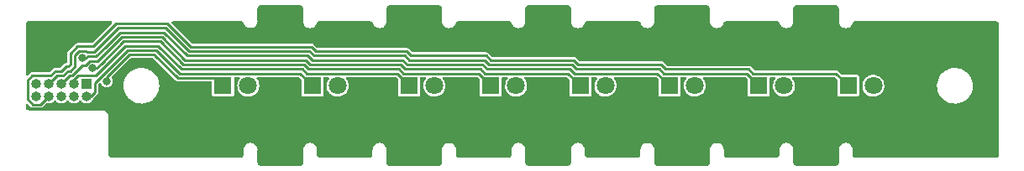
<source format=gbl>
G04 #@! TF.GenerationSoftware,KiCad,Pcbnew,(6.0.5-0)*
G04 #@! TF.CreationDate,2023-01-17T15:29:26+09:00*
G04 #@! TF.ProjectId,qPCR-led-south,71504352-2d6c-4656-942d-736f7574682e,rev?*
G04 #@! TF.SameCoordinates,Original*
G04 #@! TF.FileFunction,Copper,L2,Bot*
G04 #@! TF.FilePolarity,Positive*
%FSLAX46Y46*%
G04 Gerber Fmt 4.6, Leading zero omitted, Abs format (unit mm)*
G04 Created by KiCad (PCBNEW (6.0.5-0)) date 2023-01-17 15:29:26*
%MOMM*%
%LPD*%
G01*
G04 APERTURE LIST*
G04 #@! TA.AperFunction,ComponentPad*
%ADD10R,1.800000X1.800000*%
G04 #@! TD*
G04 #@! TA.AperFunction,ComponentPad*
%ADD11C,1.800000*%
G04 #@! TD*
G04 #@! TA.AperFunction,ComponentPad*
%ADD12R,1.000000X1.000000*%
G04 #@! TD*
G04 #@! TA.AperFunction,ComponentPad*
%ADD13O,1.000000X1.000000*%
G04 #@! TD*
G04 #@! TA.AperFunction,ViaPad*
%ADD14C,0.800000*%
G04 #@! TD*
G04 #@! TA.AperFunction,Conductor*
%ADD15C,0.250000*%
G04 #@! TD*
G04 APERTURE END LIST*
D10*
G04 #@! TO.P,D7,1,K*
G04 #@! TO.N,OUT7*
X127460000Y-101622000D03*
D11*
G04 #@! TO.P,D7,2,A*
G04 #@! TO.N,VCC*
X130000000Y-101622000D03*
G04 #@! TD*
D10*
G04 #@! TO.P,D6,1,K*
G04 #@! TO.N,OUT6*
X137230000Y-101622000D03*
D11*
G04 #@! TO.P,D6,2,A*
G04 #@! TO.N,VCC*
X139770000Y-101622000D03*
G04 #@! TD*
D10*
G04 #@! TO.P,D5,1,K*
G04 #@! TO.N,OUT5*
X145460000Y-101622000D03*
D11*
G04 #@! TO.P,D5,2,A*
G04 #@! TO.N,VCC*
X148000000Y-101622000D03*
G04 #@! TD*
D10*
G04 #@! TO.P,D4,1,K*
G04 #@! TO.N,OUT4*
X154460000Y-101622000D03*
D11*
G04 #@! TO.P,D4,2,A*
G04 #@! TO.N,VCC*
X157000000Y-101622000D03*
G04 #@! TD*
D10*
G04 #@! TO.P,D3,1,K*
G04 #@! TO.N,OUT3*
X163460000Y-101622000D03*
D11*
G04 #@! TO.P,D3,2,A*
G04 #@! TO.N,VCC*
X166000000Y-101622000D03*
G04 #@! TD*
D10*
G04 #@! TO.P,D2,1,K*
G04 #@! TO.N,OUT2*
X172460000Y-101622000D03*
D11*
G04 #@! TO.P,D2,2,A*
G04 #@! TO.N,VCC*
X175000000Y-101622000D03*
G04 #@! TD*
D10*
G04 #@! TO.P,D1,1,K*
G04 #@! TO.N,OUT1*
X181460000Y-101622000D03*
D11*
G04 #@! TO.P,D1,2,A*
G04 #@! TO.N,VCC*
X184000000Y-101622000D03*
G04 #@! TD*
D10*
G04 #@! TO.P,D8,1,K*
G04 #@! TO.N,OUT8*
X118460000Y-101622000D03*
D11*
G04 #@! TO.P,D8,2,A*
G04 #@! TO.N,VCC*
X121000000Y-101622000D03*
G04 #@! TD*
D12*
G04 #@! TO.P,U1,1,Pin_1*
G04 #@! TO.N,OUT8*
X104724249Y-101415007D03*
D13*
G04 #@! TO.P,U1,2,Pin_2*
G04 #@! TO.N,OUT7*
X104724249Y-102685007D03*
G04 #@! TO.P,U1,3,Pin_3*
G04 #@! TO.N,OUT6*
X103454249Y-101415007D03*
G04 #@! TO.P,U1,4,Pin_4*
G04 #@! TO.N,OUT5*
X103454249Y-102685007D03*
G04 #@! TO.P,U1,5,Pin_5*
G04 #@! TO.N,OUT4*
X102184249Y-101415007D03*
G04 #@! TO.P,U1,6,Pin_6*
G04 #@! TO.N,OUT3*
X102184249Y-102685007D03*
G04 #@! TO.P,U1,7,Pin_7*
G04 #@! TO.N,OUT2*
X100914249Y-101415007D03*
G04 #@! TO.P,U1,8,Pin_8*
G04 #@! TO.N,OUT1*
X100914249Y-102685007D03*
G04 #@! TO.P,U1,9,Pin_9*
G04 #@! TO.N,VCC*
X99644249Y-101415007D03*
G04 #@! TO.P,U1,10,Pin_10*
G04 #@! TO.N,GND*
X99644249Y-102685007D03*
G04 #@! TD*
D14*
G04 #@! TO.N,GND*
X137950000Y-106480000D03*
X149490000Y-94160000D03*
X166840000Y-94020000D03*
X146970000Y-108320000D03*
X180950000Y-103830000D03*
X106030000Y-95590000D03*
X190170000Y-107870000D03*
X124310000Y-96930000D03*
X162640000Y-109160000D03*
X172350000Y-99550000D03*
X176610000Y-94260000D03*
X102040000Y-96060000D03*
X128300000Y-95790000D03*
X114280000Y-95660000D03*
X104720000Y-96790000D03*
X114550000Y-104220000D03*
X185610000Y-98570000D03*
X159920000Y-95760000D03*
X163630000Y-99050000D03*
X182550000Y-95800000D03*
X136100000Y-96670000D03*
X172070000Y-106240000D03*
X154840000Y-103910000D03*
X176540000Y-109220000D03*
X152630000Y-101980000D03*
X176400000Y-99370000D03*
X131800000Y-101260000D03*
X119880000Y-108230000D03*
X141510000Y-101270000D03*
X167770000Y-101170000D03*
X161640000Y-102000000D03*
X114350000Y-108190000D03*
X135680000Y-103770000D03*
X184390000Y-105830000D03*
X170280000Y-102020000D03*
X189750000Y-100990000D03*
X126440000Y-103780000D03*
X188980000Y-95810000D03*
X122730000Y-101250000D03*
X168600000Y-98900000D03*
X122780000Y-108960000D03*
X192630000Y-98250000D03*
X145830000Y-98240000D03*
X173990000Y-108300000D03*
X168790000Y-103720000D03*
X151280000Y-98230000D03*
X140410000Y-103880000D03*
X149780000Y-101330000D03*
X174000000Y-95730000D03*
X125930000Y-94170000D03*
X183710000Y-103500000D03*
X180030000Y-109190000D03*
X121180000Y-96950270D03*
X142830000Y-103910000D03*
X176860000Y-101280000D03*
X186120000Y-108010000D03*
X142480000Y-95750000D03*
X151530000Y-106260000D03*
X152790000Y-94110000D03*
X187430000Y-103780000D03*
X111350000Y-106830000D03*
X157890000Y-105770000D03*
X155500000Y-95780000D03*
X195930000Y-108320000D03*
X120760000Y-103720000D03*
X179340000Y-101980000D03*
X182680000Y-108340000D03*
X128840000Y-107970000D03*
X110990000Y-104020000D03*
X135520000Y-94130000D03*
X138030000Y-97800000D03*
X132650000Y-108010000D03*
X153040000Y-109160000D03*
X131850000Y-103860000D03*
X125620000Y-102080000D03*
X178160000Y-106240000D03*
X176020000Y-103910000D03*
X109800000Y-99360000D03*
X147040000Y-95630000D03*
X140060000Y-109080000D03*
X148330000Y-103800000D03*
X116640000Y-101610000D03*
X107630000Y-108330000D03*
X155690000Y-108210000D03*
X116290000Y-96870000D03*
X158690000Y-101220000D03*
X118180000Y-95620000D03*
X164890000Y-106220000D03*
X196070000Y-102010000D03*
X149620000Y-109180000D03*
X169520000Y-95730000D03*
X135530000Y-109020000D03*
X112690000Y-100830000D03*
X129470000Y-105870000D03*
X123980000Y-106160000D03*
X161170000Y-103800000D03*
X101590000Y-103730000D03*
X178200000Y-97030000D03*
X130820000Y-97330000D03*
X99020000Y-98510000D03*
X143750000Y-102080000D03*
X144990000Y-106180000D03*
X192960000Y-105450000D03*
X99110000Y-95730000D03*
X133020000Y-95710000D03*
X142750000Y-108280000D03*
X157960000Y-98720000D03*
X125900000Y-108960000D03*
X159860000Y-108240000D03*
X196050000Y-95760000D03*
X162660000Y-94050000D03*
X139760000Y-94130000D03*
X179650000Y-94130000D03*
X135210000Y-101930000D03*
X122380000Y-94170000D03*
X106800000Y-103370000D03*
X102210000Y-98330000D03*
X164930000Y-96160000D03*
X166970000Y-109160000D03*
X117420000Y-105580000D03*
X169660000Y-108280000D03*
G04 #@! TO.N,OUT3*
X104279654Y-98830489D03*
G04 #@! TO.N,OUT5*
X105315317Y-99859596D03*
G04 #@! TO.N,OUT8*
X106732380Y-101175121D03*
G04 #@! TD*
D15*
G04 #@! TO.N,OUT1*
X103790703Y-97650058D02*
X103099223Y-98341538D01*
X181460000Y-101622000D02*
X180232289Y-100394289D01*
X102184196Y-100134576D02*
X101554438Y-100134576D01*
X101101718Y-100587296D02*
X99234879Y-100587296D01*
X100086538Y-103512718D02*
X100914249Y-102685007D01*
X112865136Y-95333684D02*
X107694863Y-95333685D01*
X98769586Y-101052589D02*
X98769586Y-102980905D01*
X105378490Y-97650058D02*
X103790703Y-97650058D01*
X99234879Y-100587296D02*
X98769586Y-101052589D01*
X153794855Y-99036129D02*
X145435097Y-99036129D01*
X171419811Y-99941569D02*
X163060053Y-99941569D01*
X127810141Y-98130689D02*
X127357421Y-97677969D01*
X162607333Y-99488849D02*
X154247575Y-99488849D01*
X171872531Y-100394289D02*
X171419811Y-99941569D01*
X99301399Y-103512718D02*
X100086538Y-103512718D01*
X137392620Y-98583410D02*
X136939899Y-98130689D01*
X127357421Y-97677969D02*
X115209422Y-97677970D01*
X144982378Y-98583410D02*
X137392620Y-98583410D01*
X115209422Y-97677970D02*
X112865136Y-95333684D01*
X180232289Y-100394289D02*
X171872531Y-100394289D01*
X103099223Y-98341538D02*
X103099223Y-99463885D01*
X102632218Y-99686554D02*
X102184196Y-100134576D01*
X101554438Y-100134576D02*
X101101718Y-100587296D01*
X163060053Y-99941569D02*
X162607333Y-99488849D01*
X145435097Y-99036129D02*
X144982378Y-98583410D01*
X136939899Y-98130689D02*
X127810141Y-98130689D01*
X98769586Y-102980905D02*
X99301399Y-103512718D01*
X103099223Y-99463885D02*
X102876554Y-99686554D01*
X107694863Y-95333685D02*
X105378490Y-97650058D01*
X154247575Y-99488849D02*
X153794855Y-99036129D01*
X102876554Y-99686554D02*
X102632218Y-99686554D01*
G04 #@! TO.N,OUT2*
X145247575Y-99488849D02*
X144794855Y-99036129D01*
X107882386Y-95786404D02*
X105442345Y-98226445D01*
X102817339Y-100141675D02*
X102371718Y-100587296D01*
X162872531Y-100394289D02*
X162419811Y-99941569D01*
X153607333Y-99488849D02*
X145247575Y-99488849D01*
X137205097Y-99036129D02*
X136752377Y-98583409D01*
X112677614Y-95786404D02*
X107882386Y-95786404D01*
X115021900Y-98130690D02*
X112677614Y-95786404D01*
X101741960Y-100587296D02*
X100914249Y-101415007D01*
X103551943Y-98529060D02*
X103551943Y-99651407D01*
X172460000Y-101622000D02*
X171232289Y-100394289D01*
X102371718Y-100587296D02*
X101741960Y-100587296D01*
X105442345Y-98226445D02*
X104750000Y-98226445D01*
X103978225Y-98102778D02*
X103551943Y-98529060D01*
X103061675Y-100141675D02*
X102817339Y-100141675D01*
X104750000Y-98226445D02*
X104626333Y-98102778D01*
X144794855Y-99036129D02*
X137205097Y-99036129D01*
X154060053Y-99941569D02*
X153607333Y-99488849D01*
X171232289Y-100394289D02*
X162872531Y-100394289D01*
X127622619Y-98583409D02*
X127169899Y-98130689D01*
X136752377Y-98583409D02*
X127622619Y-98583409D01*
X127169899Y-98130689D02*
X115021900Y-98130690D01*
X162419811Y-99941569D02*
X154060053Y-99941569D01*
X104626333Y-98102778D02*
X103978225Y-98102778D01*
X103551943Y-99651407D02*
X103061675Y-100141675D01*
G04 #@! TO.N,OUT3*
X137017575Y-99488849D02*
X136564855Y-99036129D01*
X136564855Y-99036129D02*
X127435097Y-99036129D01*
X112490091Y-96239123D02*
X108069909Y-96239123D01*
X108069909Y-96239123D02*
X106614516Y-97694516D01*
X144607333Y-99488849D02*
X137017575Y-99488849D01*
X153872531Y-100394289D02*
X153419811Y-99941569D01*
X127435097Y-99036129D02*
X126982377Y-98583409D01*
X104826366Y-98679165D02*
X104675042Y-98830489D01*
X145060053Y-99941569D02*
X144607333Y-99488849D01*
X104675042Y-98830489D02*
X104279654Y-98830489D01*
X105629867Y-98679165D02*
X104826366Y-98679165D01*
X114834378Y-98583410D02*
X112490091Y-96239123D01*
X163460000Y-101622000D02*
X162232289Y-100394289D01*
X153419811Y-99941569D02*
X145060053Y-99941569D01*
X118622620Y-98583410D02*
X114834378Y-98583410D01*
X126982377Y-98583409D02*
X118622620Y-98583410D01*
X162232289Y-100394289D02*
X153872531Y-100394289D01*
X106614516Y-97694516D02*
X105629867Y-98679165D01*
G04 #@! TO.N,OUT4*
X136377333Y-99488849D02*
X127247575Y-99488849D01*
X154460000Y-101622000D02*
X153232289Y-100394289D01*
X108257432Y-96691842D02*
X105817389Y-99131885D01*
X144419811Y-99941569D02*
X136830053Y-99941569D01*
X112302569Y-96691843D02*
X108257432Y-96691842D01*
X126794855Y-99036129D02*
X114646856Y-99036130D01*
X144872531Y-100394289D02*
X144419811Y-99941569D01*
X105013888Y-99131885D02*
X104587606Y-99558167D01*
X127247575Y-99488849D02*
X126794855Y-99036129D01*
X105817389Y-99131885D02*
X105013888Y-99131885D01*
X103241796Y-100601796D02*
X102997460Y-100601796D01*
X136830053Y-99941569D02*
X136377333Y-99488849D01*
X104587606Y-99558167D02*
X104285425Y-99558167D01*
X153232289Y-100394289D02*
X144872531Y-100394289D01*
X114646856Y-99036130D02*
X112302569Y-96691843D01*
X104285425Y-99558167D02*
X103241796Y-100601796D01*
X102997460Y-100601796D02*
X102184249Y-101415007D01*
G04 #@! TO.N,OUT5*
X105729920Y-99859596D02*
X105315317Y-99859596D01*
X108444955Y-97144561D02*
X106229758Y-99359758D01*
X136189811Y-99941569D02*
X127060053Y-99941569D01*
X144232289Y-100394289D02*
X136642531Y-100394289D01*
X106229758Y-99359758D02*
X105729920Y-99859596D01*
X118247576Y-99488850D02*
X114459334Y-99488850D01*
X114459334Y-99488850D02*
X112115046Y-97144562D01*
X112115046Y-97144562D02*
X108444955Y-97144561D01*
X126607333Y-99488849D02*
X118247576Y-99488850D01*
X127060053Y-99941569D02*
X126607333Y-99488849D01*
X145460000Y-101622000D02*
X144232289Y-100394289D01*
X136642531Y-100394289D02*
X136189811Y-99941569D01*
G04 #@! TO.N,OUT6*
X111927523Y-97597281D02*
X114271811Y-99941569D01*
X126419811Y-99941569D02*
X114271811Y-99941569D01*
X105642462Y-100587296D02*
X108632477Y-97597281D01*
X137230000Y-101622000D02*
X136002289Y-100394289D01*
X108632477Y-97597281D02*
X111927523Y-97597281D01*
X103454249Y-101415007D02*
X103454249Y-101029585D01*
X103896538Y-100587296D02*
X105642462Y-100587296D01*
X136002289Y-100394289D02*
X126872531Y-100394289D01*
X126872531Y-100394289D02*
X126419811Y-99941569D01*
X103454249Y-101029585D02*
X103896538Y-100587296D01*
G04 #@! TO.N,OUT7*
X105551960Y-101318040D02*
X105551960Y-102278040D01*
X126232289Y-100394289D02*
X114084289Y-100394289D01*
X111740000Y-98050000D02*
X108820000Y-98050000D01*
X127460000Y-101622000D02*
X126232289Y-100394289D01*
X105144993Y-102685007D02*
X104724249Y-102685007D01*
X105551960Y-102278040D02*
X105144993Y-102685007D01*
X108820000Y-98050000D02*
X105551960Y-101318040D01*
X114084289Y-100394289D02*
X111740000Y-98050000D01*
G04 #@! TO.N,OUT8*
X118460000Y-101622000D02*
X118460000Y-101520000D01*
X115130000Y-100847009D02*
X113896766Y-100847008D01*
X117787009Y-100847009D02*
X115130000Y-100847009D01*
X106732380Y-100777862D02*
X106732380Y-101175121D01*
X111552478Y-98502720D02*
X109007522Y-98502720D01*
X118460000Y-101520000D02*
X117787009Y-100847009D01*
X107085121Y-100425121D02*
X106732380Y-100777862D01*
X111594879Y-98545121D02*
X111552478Y-98502720D01*
X109007522Y-98502720D02*
X107085121Y-100425121D01*
X113896766Y-100847008D02*
X111594879Y-98545121D01*
G04 #@! TD*
G04 #@! TA.AperFunction,Conductor*
G04 #@! TO.N,GND*
G36*
X126210243Y-93502466D02*
G01*
X126215811Y-93502476D01*
X126229641Y-93505656D01*
X126240806Y-93503130D01*
X126252451Y-93504056D01*
X126302845Y-93512038D01*
X126340330Y-93524218D01*
X126388264Y-93548641D01*
X126420155Y-93571812D01*
X126458188Y-93609845D01*
X126481359Y-93641736D01*
X126505781Y-93689668D01*
X126517963Y-93727159D01*
X126525952Y-93777604D01*
X126526827Y-93788842D01*
X126524344Y-93799641D01*
X126527475Y-93813480D01*
X126527467Y-93818309D01*
X126529500Y-93836504D01*
X126529500Y-95063282D01*
X126526248Y-95091723D01*
X126525955Y-95092987D01*
X126525954Y-95092993D01*
X126524345Y-95099938D01*
X126524344Y-95100656D01*
X126525927Y-95107594D01*
X126526577Y-95113399D01*
X126527086Y-95116421D01*
X126542091Y-95253254D01*
X126591475Y-95398606D01*
X126595048Y-95404489D01*
X126595049Y-95404491D01*
X126627250Y-95457510D01*
X126671165Y-95529815D01*
X126777379Y-95640651D01*
X126783099Y-95644468D01*
X126783103Y-95644471D01*
X126832244Y-95677260D01*
X126905074Y-95725856D01*
X127048192Y-95781385D01*
X127120582Y-95792460D01*
X127193140Y-95803561D01*
X127193142Y-95803561D01*
X127199939Y-95804601D01*
X127353112Y-95794405D01*
X127500443Y-95751279D01*
X127542137Y-95728336D01*
X127628904Y-95680590D01*
X127628905Y-95680589D01*
X127634937Y-95677270D01*
X127750212Y-95575890D01*
X127840797Y-95451953D01*
X127864020Y-95398938D01*
X127895457Y-95327172D01*
X127897148Y-95323861D01*
X127899526Y-95318504D01*
X127903155Y-95312331D01*
X127903370Y-95311646D01*
X127903586Y-95308934D01*
X127913318Y-95280227D01*
X127931606Y-95243495D01*
X127954711Y-95211153D01*
X127992807Y-95172545D01*
X128024839Y-95149009D01*
X128073068Y-95124190D01*
X128110836Y-95111805D01*
X128161447Y-95103716D01*
X128173065Y-95102803D01*
X128183913Y-95105296D01*
X128197752Y-95102163D01*
X128202603Y-95102171D01*
X128220771Y-95100140D01*
X133238648Y-95100140D01*
X133255955Y-95102105D01*
X133261541Y-95102115D01*
X133275368Y-95105296D01*
X133286465Y-95102786D01*
X133298157Y-95103725D01*
X133349141Y-95111874D01*
X133386910Y-95124260D01*
X133435118Y-95149069D01*
X133467150Y-95172604D01*
X133505188Y-95211153D01*
X133505229Y-95211195D01*
X133528335Y-95243538D01*
X133536416Y-95259768D01*
X133546602Y-95280227D01*
X133546634Y-95280292D01*
X133556247Y-95308734D01*
X133556416Y-95310961D01*
X133556511Y-95311264D01*
X133556511Y-95311268D01*
X133556513Y-95311271D01*
X133556630Y-95311646D01*
X133560208Y-95317782D01*
X133562478Y-95322930D01*
X133564068Y-95326056D01*
X133606361Y-95422606D01*
X133619213Y-95451947D01*
X133623277Y-95457507D01*
X133679759Y-95534784D01*
X133709797Y-95575882D01*
X133825070Y-95677260D01*
X133959562Y-95751267D01*
X133966160Y-95753198D01*
X133966164Y-95753200D01*
X134100286Y-95792460D01*
X134106890Y-95794393D01*
X134260061Y-95804589D01*
X134323639Y-95794862D01*
X134405007Y-95782413D01*
X134411805Y-95781373D01*
X134418216Y-95778885D01*
X134418218Y-95778885D01*
X134484388Y-95753211D01*
X134554920Y-95725845D01*
X134634549Y-95672713D01*
X134676889Y-95644462D01*
X134682614Y-95640642D01*
X134687374Y-95635675D01*
X134784063Y-95534777D01*
X134784066Y-95534774D01*
X134788825Y-95529807D01*
X134836111Y-95451953D01*
X134864940Y-95404486D01*
X134864941Y-95404484D01*
X134868514Y-95398601D01*
X134917897Y-95253251D01*
X134924449Y-95193505D01*
X134932748Y-95117832D01*
X134933369Y-95114177D01*
X134934042Y-95108329D01*
X134935655Y-95101374D01*
X134935656Y-95100656D01*
X134933653Y-95091872D01*
X134930500Y-95063859D01*
X134930500Y-93837371D01*
X134933755Y-93808918D01*
X134934043Y-93807676D01*
X134934044Y-93807669D01*
X134935655Y-93800718D01*
X134935656Y-93800000D01*
X134935024Y-93797228D01*
X134935711Y-93767099D01*
X134942037Y-93727158D01*
X134954218Y-93689670D01*
X134978641Y-93641736D01*
X135001812Y-93609845D01*
X135039845Y-93571812D01*
X135071736Y-93548641D01*
X135080898Y-93543972D01*
X135119668Y-93524219D01*
X135157157Y-93512037D01*
X135175689Y-93509102D01*
X135207604Y-93504048D01*
X135218842Y-93503173D01*
X135229641Y-93505656D01*
X135243480Y-93502525D01*
X135248309Y-93502533D01*
X135266504Y-93500500D01*
X140192920Y-93500500D01*
X140210243Y-93502466D01*
X140215811Y-93502476D01*
X140229641Y-93505656D01*
X140240806Y-93503130D01*
X140252451Y-93504056D01*
X140302845Y-93512038D01*
X140340330Y-93524218D01*
X140388264Y-93548641D01*
X140420155Y-93571812D01*
X140458188Y-93609845D01*
X140481359Y-93641736D01*
X140505781Y-93689668D01*
X140517963Y-93727159D01*
X140525952Y-93777604D01*
X140526827Y-93788842D01*
X140524344Y-93799641D01*
X140527475Y-93813480D01*
X140527467Y-93818309D01*
X140529500Y-93836504D01*
X140529500Y-95063282D01*
X140526248Y-95091723D01*
X140525955Y-95092987D01*
X140525954Y-95092993D01*
X140524345Y-95099938D01*
X140524344Y-95100656D01*
X140525927Y-95107594D01*
X140526577Y-95113399D01*
X140527086Y-95116421D01*
X140542091Y-95253254D01*
X140591475Y-95398606D01*
X140595048Y-95404489D01*
X140595049Y-95404491D01*
X140627250Y-95457510D01*
X140671165Y-95529815D01*
X140777379Y-95640651D01*
X140783099Y-95644468D01*
X140783103Y-95644471D01*
X140832244Y-95677260D01*
X140905074Y-95725856D01*
X141048192Y-95781385D01*
X141120582Y-95792460D01*
X141193140Y-95803561D01*
X141193142Y-95803561D01*
X141199939Y-95804601D01*
X141353112Y-95794405D01*
X141500443Y-95751279D01*
X141542137Y-95728336D01*
X141628904Y-95680590D01*
X141628905Y-95680589D01*
X141634937Y-95677270D01*
X141750212Y-95575890D01*
X141840797Y-95451953D01*
X141864020Y-95398938D01*
X141895457Y-95327172D01*
X141897148Y-95323861D01*
X141899526Y-95318504D01*
X141903155Y-95312331D01*
X141903370Y-95311646D01*
X141903586Y-95308934D01*
X141913318Y-95280227D01*
X141931606Y-95243495D01*
X141954711Y-95211153D01*
X141992807Y-95172545D01*
X142024839Y-95149009D01*
X142073068Y-95124190D01*
X142110836Y-95111805D01*
X142161447Y-95103716D01*
X142173065Y-95102803D01*
X142183913Y-95105296D01*
X142197752Y-95102163D01*
X142202603Y-95102171D01*
X142220771Y-95100140D01*
X147238648Y-95100140D01*
X147255955Y-95102105D01*
X147261541Y-95102115D01*
X147275368Y-95105296D01*
X147286465Y-95102786D01*
X147298157Y-95103725D01*
X147349141Y-95111874D01*
X147386910Y-95124260D01*
X147435118Y-95149069D01*
X147467150Y-95172604D01*
X147505188Y-95211153D01*
X147505229Y-95211195D01*
X147528335Y-95243538D01*
X147536416Y-95259768D01*
X147546602Y-95280227D01*
X147546634Y-95280292D01*
X147556247Y-95308734D01*
X147556416Y-95310961D01*
X147556511Y-95311264D01*
X147556511Y-95311268D01*
X147556513Y-95311271D01*
X147556630Y-95311646D01*
X147560208Y-95317782D01*
X147562478Y-95322930D01*
X147564068Y-95326056D01*
X147606361Y-95422606D01*
X147619213Y-95451947D01*
X147623277Y-95457507D01*
X147679759Y-95534784D01*
X147709797Y-95575882D01*
X147825070Y-95677260D01*
X147959562Y-95751267D01*
X147966160Y-95753198D01*
X147966164Y-95753200D01*
X148100286Y-95792460D01*
X148106890Y-95794393D01*
X148260061Y-95804589D01*
X148323639Y-95794862D01*
X148405007Y-95782413D01*
X148411805Y-95781373D01*
X148418216Y-95778885D01*
X148418218Y-95778885D01*
X148484388Y-95753211D01*
X148554920Y-95725845D01*
X148634549Y-95672713D01*
X148676889Y-95644462D01*
X148682614Y-95640642D01*
X148687374Y-95635675D01*
X148784063Y-95534777D01*
X148784066Y-95534774D01*
X148788825Y-95529807D01*
X148836111Y-95451953D01*
X148864940Y-95404486D01*
X148864941Y-95404484D01*
X148868514Y-95398601D01*
X148917897Y-95253251D01*
X148924449Y-95193505D01*
X148932748Y-95117832D01*
X148933369Y-95114177D01*
X148934042Y-95108329D01*
X148935655Y-95101374D01*
X148935656Y-95100656D01*
X148933653Y-95091872D01*
X148930500Y-95063859D01*
X148930500Y-93837371D01*
X148933755Y-93808918D01*
X148934043Y-93807676D01*
X148934044Y-93807669D01*
X148935655Y-93800718D01*
X148935656Y-93800000D01*
X148935024Y-93797228D01*
X148935711Y-93767099D01*
X148942037Y-93727158D01*
X148954218Y-93689670D01*
X148978641Y-93641736D01*
X149001812Y-93609845D01*
X149039845Y-93571812D01*
X149071736Y-93548641D01*
X149080898Y-93543972D01*
X149119668Y-93524219D01*
X149157157Y-93512037D01*
X149175689Y-93509102D01*
X149207604Y-93504048D01*
X149218842Y-93503173D01*
X149229641Y-93505656D01*
X149243480Y-93502525D01*
X149248309Y-93502533D01*
X149266504Y-93500500D01*
X153192920Y-93500500D01*
X153210243Y-93502466D01*
X153215811Y-93502476D01*
X153229641Y-93505656D01*
X153240806Y-93503130D01*
X153252451Y-93504056D01*
X153302845Y-93512038D01*
X153340330Y-93524218D01*
X153388264Y-93548641D01*
X153420155Y-93571812D01*
X153458188Y-93609845D01*
X153481359Y-93641736D01*
X153505781Y-93689668D01*
X153517963Y-93727159D01*
X153525952Y-93777604D01*
X153526827Y-93788842D01*
X153524344Y-93799641D01*
X153527475Y-93813480D01*
X153527467Y-93818309D01*
X153529500Y-93836504D01*
X153529500Y-95063282D01*
X153526248Y-95091723D01*
X153525955Y-95092987D01*
X153525954Y-95092993D01*
X153524345Y-95099938D01*
X153524344Y-95100656D01*
X153525927Y-95107594D01*
X153526577Y-95113399D01*
X153527086Y-95116421D01*
X153542091Y-95253254D01*
X153591475Y-95398606D01*
X153595048Y-95404489D01*
X153595049Y-95404491D01*
X153627250Y-95457510D01*
X153671165Y-95529815D01*
X153777379Y-95640651D01*
X153783099Y-95644468D01*
X153783103Y-95644471D01*
X153832244Y-95677260D01*
X153905074Y-95725856D01*
X154048192Y-95781385D01*
X154120582Y-95792460D01*
X154193140Y-95803561D01*
X154193142Y-95803561D01*
X154199939Y-95804601D01*
X154353112Y-95794405D01*
X154500443Y-95751279D01*
X154542137Y-95728336D01*
X154628904Y-95680590D01*
X154628905Y-95680589D01*
X154634937Y-95677270D01*
X154750212Y-95575890D01*
X154840797Y-95451953D01*
X154864020Y-95398938D01*
X154895457Y-95327172D01*
X154897148Y-95323861D01*
X154899526Y-95318504D01*
X154903155Y-95312331D01*
X154903370Y-95311646D01*
X154903586Y-95308934D01*
X154913318Y-95280227D01*
X154931606Y-95243495D01*
X154954711Y-95211153D01*
X154992807Y-95172545D01*
X155024839Y-95149009D01*
X155073068Y-95124190D01*
X155110836Y-95111805D01*
X155161447Y-95103716D01*
X155173065Y-95102803D01*
X155183913Y-95105296D01*
X155197752Y-95102163D01*
X155202603Y-95102171D01*
X155220771Y-95100140D01*
X160238648Y-95100140D01*
X160255955Y-95102105D01*
X160261541Y-95102115D01*
X160275368Y-95105296D01*
X160286465Y-95102786D01*
X160298157Y-95103725D01*
X160349141Y-95111874D01*
X160386910Y-95124260D01*
X160435118Y-95149069D01*
X160467150Y-95172604D01*
X160505188Y-95211153D01*
X160505229Y-95211195D01*
X160528335Y-95243538D01*
X160536416Y-95259768D01*
X160546602Y-95280227D01*
X160546634Y-95280292D01*
X160556247Y-95308734D01*
X160556416Y-95310961D01*
X160556511Y-95311264D01*
X160556511Y-95311268D01*
X160556513Y-95311271D01*
X160556630Y-95311646D01*
X160560208Y-95317782D01*
X160562478Y-95322930D01*
X160564068Y-95326056D01*
X160606361Y-95422606D01*
X160619213Y-95451947D01*
X160623277Y-95457507D01*
X160679759Y-95534784D01*
X160709797Y-95575882D01*
X160825070Y-95677260D01*
X160959562Y-95751267D01*
X160966160Y-95753198D01*
X160966164Y-95753200D01*
X161100286Y-95792460D01*
X161106890Y-95794393D01*
X161260061Y-95804589D01*
X161323639Y-95794862D01*
X161405007Y-95782413D01*
X161411805Y-95781373D01*
X161418216Y-95778885D01*
X161418218Y-95778885D01*
X161484388Y-95753211D01*
X161554920Y-95725845D01*
X161634549Y-95672713D01*
X161676889Y-95644462D01*
X161682614Y-95640642D01*
X161687374Y-95635675D01*
X161784063Y-95534777D01*
X161784066Y-95534774D01*
X161788825Y-95529807D01*
X161836111Y-95451953D01*
X161864940Y-95404486D01*
X161864941Y-95404484D01*
X161868514Y-95398601D01*
X161917897Y-95253251D01*
X161924449Y-95193505D01*
X161932748Y-95117832D01*
X161933369Y-95114177D01*
X161934042Y-95108329D01*
X161935655Y-95101374D01*
X161935656Y-95100656D01*
X161933653Y-95091872D01*
X161930500Y-95063859D01*
X161930500Y-93837371D01*
X161933755Y-93808918D01*
X161934043Y-93807676D01*
X161934044Y-93807669D01*
X161935655Y-93800718D01*
X161935656Y-93800000D01*
X161935024Y-93797228D01*
X161935711Y-93767099D01*
X161942037Y-93727158D01*
X161954218Y-93689670D01*
X161978641Y-93641736D01*
X162001812Y-93609845D01*
X162039845Y-93571812D01*
X162071736Y-93548641D01*
X162080898Y-93543972D01*
X162119668Y-93524219D01*
X162157157Y-93512037D01*
X162175689Y-93509102D01*
X162207604Y-93504048D01*
X162218842Y-93503173D01*
X162229641Y-93505656D01*
X162243480Y-93502525D01*
X162248309Y-93502533D01*
X162266504Y-93500500D01*
X167192920Y-93500500D01*
X167210243Y-93502466D01*
X167215811Y-93502476D01*
X167229641Y-93505656D01*
X167240806Y-93503130D01*
X167252451Y-93504056D01*
X167302845Y-93512038D01*
X167340330Y-93524218D01*
X167388264Y-93548641D01*
X167420155Y-93571812D01*
X167458188Y-93609845D01*
X167481359Y-93641736D01*
X167505781Y-93689668D01*
X167517963Y-93727159D01*
X167525952Y-93777604D01*
X167526827Y-93788842D01*
X167524344Y-93799641D01*
X167527475Y-93813480D01*
X167527467Y-93818309D01*
X167529500Y-93836504D01*
X167529500Y-95063282D01*
X167526248Y-95091723D01*
X167525955Y-95092987D01*
X167525954Y-95092993D01*
X167524345Y-95099938D01*
X167524344Y-95100656D01*
X167525927Y-95107594D01*
X167526577Y-95113399D01*
X167527086Y-95116421D01*
X167542091Y-95253254D01*
X167591475Y-95398606D01*
X167595048Y-95404489D01*
X167595049Y-95404491D01*
X167627250Y-95457510D01*
X167671165Y-95529815D01*
X167777379Y-95640651D01*
X167783099Y-95644468D01*
X167783103Y-95644471D01*
X167832244Y-95677260D01*
X167905074Y-95725856D01*
X168048192Y-95781385D01*
X168120582Y-95792460D01*
X168193140Y-95803561D01*
X168193142Y-95803561D01*
X168199939Y-95804601D01*
X168353112Y-95794405D01*
X168500443Y-95751279D01*
X168542137Y-95728336D01*
X168628904Y-95680590D01*
X168628905Y-95680589D01*
X168634937Y-95677270D01*
X168750212Y-95575890D01*
X168840797Y-95451953D01*
X168864020Y-95398938D01*
X168895457Y-95327172D01*
X168897148Y-95323861D01*
X168899526Y-95318504D01*
X168903155Y-95312331D01*
X168903370Y-95311646D01*
X168903586Y-95308934D01*
X168913318Y-95280227D01*
X168931606Y-95243495D01*
X168954711Y-95211153D01*
X168992807Y-95172545D01*
X169024839Y-95149009D01*
X169073068Y-95124190D01*
X169110836Y-95111805D01*
X169161447Y-95103716D01*
X169173065Y-95102803D01*
X169183913Y-95105296D01*
X169197752Y-95102163D01*
X169202603Y-95102171D01*
X169220771Y-95100140D01*
X174238648Y-95100140D01*
X174255955Y-95102105D01*
X174261541Y-95102115D01*
X174275368Y-95105296D01*
X174286465Y-95102786D01*
X174298157Y-95103725D01*
X174349141Y-95111874D01*
X174386910Y-95124260D01*
X174435118Y-95149069D01*
X174467150Y-95172604D01*
X174505188Y-95211153D01*
X174505229Y-95211195D01*
X174528335Y-95243538D01*
X174536416Y-95259768D01*
X174546602Y-95280227D01*
X174546634Y-95280292D01*
X174556247Y-95308734D01*
X174556416Y-95310961D01*
X174556511Y-95311264D01*
X174556511Y-95311268D01*
X174556513Y-95311271D01*
X174556630Y-95311646D01*
X174560208Y-95317782D01*
X174562478Y-95322930D01*
X174564068Y-95326056D01*
X174606361Y-95422606D01*
X174619213Y-95451947D01*
X174623277Y-95457507D01*
X174679759Y-95534784D01*
X174709797Y-95575882D01*
X174825070Y-95677260D01*
X174959562Y-95751267D01*
X174966160Y-95753198D01*
X174966164Y-95753200D01*
X175100286Y-95792460D01*
X175106890Y-95794393D01*
X175260061Y-95804589D01*
X175323639Y-95794862D01*
X175405007Y-95782413D01*
X175411805Y-95781373D01*
X175418216Y-95778885D01*
X175418218Y-95778885D01*
X175484388Y-95753211D01*
X175554920Y-95725845D01*
X175634549Y-95672713D01*
X175676889Y-95644462D01*
X175682614Y-95640642D01*
X175687374Y-95635675D01*
X175784063Y-95534777D01*
X175784066Y-95534774D01*
X175788825Y-95529807D01*
X175836111Y-95451953D01*
X175864940Y-95404486D01*
X175864941Y-95404484D01*
X175868514Y-95398601D01*
X175917897Y-95253251D01*
X175924449Y-95193505D01*
X175932748Y-95117832D01*
X175933369Y-95114177D01*
X175934042Y-95108329D01*
X175935655Y-95101374D01*
X175935656Y-95100656D01*
X175933653Y-95091872D01*
X175930500Y-95063859D01*
X175930500Y-93837371D01*
X175933755Y-93808918D01*
X175934043Y-93807676D01*
X175934044Y-93807669D01*
X175935655Y-93800718D01*
X175935656Y-93800000D01*
X175935024Y-93797228D01*
X175935711Y-93767099D01*
X175942037Y-93727158D01*
X175954218Y-93689670D01*
X175978641Y-93641736D01*
X176001812Y-93609845D01*
X176039845Y-93571812D01*
X176071736Y-93548641D01*
X176080898Y-93543972D01*
X176119668Y-93524219D01*
X176157157Y-93512037D01*
X176175689Y-93509102D01*
X176207604Y-93504048D01*
X176218842Y-93503173D01*
X176229641Y-93505656D01*
X176243480Y-93502525D01*
X176248309Y-93502533D01*
X176266504Y-93500500D01*
X180192920Y-93500500D01*
X180210243Y-93502466D01*
X180215811Y-93502476D01*
X180229641Y-93505656D01*
X180240806Y-93503130D01*
X180252451Y-93504056D01*
X180302845Y-93512038D01*
X180340330Y-93524218D01*
X180388264Y-93548641D01*
X180420155Y-93571812D01*
X180458188Y-93609845D01*
X180481359Y-93641736D01*
X180505781Y-93689668D01*
X180517963Y-93727159D01*
X180525952Y-93777604D01*
X180526827Y-93788842D01*
X180524344Y-93799641D01*
X180527475Y-93813480D01*
X180527467Y-93818309D01*
X180529500Y-93836504D01*
X180529500Y-95063282D01*
X180526248Y-95091723D01*
X180525955Y-95092987D01*
X180525954Y-95092993D01*
X180524345Y-95099938D01*
X180524344Y-95100656D01*
X180525927Y-95107594D01*
X180526577Y-95113399D01*
X180527086Y-95116421D01*
X180542091Y-95253254D01*
X180591475Y-95398606D01*
X180595048Y-95404489D01*
X180595049Y-95404491D01*
X180627250Y-95457510D01*
X180671165Y-95529815D01*
X180777379Y-95640651D01*
X180783099Y-95644468D01*
X180783103Y-95644471D01*
X180832244Y-95677260D01*
X180905074Y-95725856D01*
X181048192Y-95781385D01*
X181120582Y-95792460D01*
X181193140Y-95803561D01*
X181193142Y-95803561D01*
X181199939Y-95804601D01*
X181353112Y-95794405D01*
X181500443Y-95751279D01*
X181542137Y-95728336D01*
X181628904Y-95680590D01*
X181628905Y-95680589D01*
X181634937Y-95677270D01*
X181750212Y-95575890D01*
X181840797Y-95451953D01*
X181864020Y-95398938D01*
X181895457Y-95327172D01*
X181897148Y-95323861D01*
X181899526Y-95318504D01*
X181903155Y-95312331D01*
X181903370Y-95311646D01*
X181903586Y-95308934D01*
X181913318Y-95280227D01*
X181931606Y-95243495D01*
X181954711Y-95211153D01*
X181992807Y-95172545D01*
X182024839Y-95149009D01*
X182073068Y-95124190D01*
X182110836Y-95111805D01*
X182161447Y-95103716D01*
X182173065Y-95102803D01*
X182183913Y-95105296D01*
X182197752Y-95102163D01*
X182202603Y-95102171D01*
X182220771Y-95100140D01*
X196327920Y-95100140D01*
X196345243Y-95102106D01*
X196350811Y-95102116D01*
X196364641Y-95105296D01*
X196375806Y-95102770D01*
X196387450Y-95103696D01*
X196436127Y-95111406D01*
X196437832Y-95111676D01*
X196475325Y-95123859D01*
X196523244Y-95148276D01*
X196555138Y-95171450D01*
X196593166Y-95209481D01*
X196616337Y-95241377D01*
X196633153Y-95274384D01*
X196640750Y-95289297D01*
X196652929Y-95326790D01*
X196655578Y-95343521D01*
X196660954Y-95377478D01*
X196661813Y-95388531D01*
X196659344Y-95399265D01*
X196662475Y-95413106D01*
X196662466Y-95417923D01*
X196664500Y-95436131D01*
X196664500Y-108563293D01*
X196662532Y-108580633D01*
X196662523Y-108586189D01*
X196659344Y-108600017D01*
X196661871Y-108611182D01*
X196660944Y-108622837D01*
X196652967Y-108673222D01*
X196640788Y-108710714D01*
X196627058Y-108737666D01*
X196616370Y-108758645D01*
X196593198Y-108790542D01*
X196555160Y-108828583D01*
X196523267Y-108851756D01*
X196475339Y-108876178D01*
X196437844Y-108888362D01*
X196387645Y-108896313D01*
X196376222Y-108897202D01*
X196365359Y-108894704D01*
X196351520Y-108897836D01*
X196346689Y-108897827D01*
X196328496Y-108899860D01*
X182267080Y-108899860D01*
X182249757Y-108897894D01*
X182244189Y-108897884D01*
X182230359Y-108894704D01*
X182219194Y-108897230D01*
X182207550Y-108896304D01*
X182157168Y-108888324D01*
X182119675Y-108876141D01*
X182071756Y-108851724D01*
X182039862Y-108828550D01*
X182001834Y-108790519D01*
X181978663Y-108758623D01*
X181954249Y-108710701D01*
X181942070Y-108673208D01*
X181934046Y-108622522D01*
X181933187Y-108611469D01*
X181935656Y-108600735D01*
X181932525Y-108586894D01*
X181932534Y-108582077D01*
X181930500Y-108563869D01*
X181930500Y-108137731D01*
X181933755Y-108109278D01*
X181934043Y-108108036D01*
X181934044Y-108108029D01*
X181935655Y-108101078D01*
X181935656Y-108100360D01*
X181934225Y-108094088D01*
X181934089Y-108092876D01*
X181918050Y-107950526D01*
X181918049Y-107950520D01*
X181917258Y-107943498D01*
X181865122Y-107794501D01*
X181781138Y-107660842D01*
X181669518Y-107549222D01*
X181550897Y-107474687D01*
X181541851Y-107469003D01*
X181535859Y-107465238D01*
X181386862Y-107413102D01*
X181379835Y-107412310D01*
X181379834Y-107412310D01*
X181237029Y-107396220D01*
X181230000Y-107395428D01*
X181222971Y-107396220D01*
X181080166Y-107412310D01*
X181080165Y-107412310D01*
X181073138Y-107413102D01*
X180924141Y-107465238D01*
X180918149Y-107469003D01*
X180909103Y-107474687D01*
X180790482Y-107549222D01*
X180678862Y-107660842D01*
X180594878Y-107794501D01*
X180542742Y-107943498D01*
X180541951Y-107950520D01*
X180541950Y-107950526D01*
X180535493Y-108007832D01*
X180525843Y-108093483D01*
X180524344Y-108100001D01*
X180527476Y-108113840D01*
X180527467Y-108118672D01*
X180529500Y-108136864D01*
X180529500Y-109362920D01*
X180527534Y-109380243D01*
X180527524Y-109385811D01*
X180524344Y-109399641D01*
X180526870Y-109410806D01*
X180525944Y-109422451D01*
X180517963Y-109472842D01*
X180505782Y-109510330D01*
X180481360Y-109558263D01*
X180458188Y-109590155D01*
X180420155Y-109628188D01*
X180388264Y-109651359D01*
X180340332Y-109675781D01*
X180302843Y-109687963D01*
X180284311Y-109690898D01*
X180252396Y-109695952D01*
X180241158Y-109696827D01*
X180230359Y-109694344D01*
X180216520Y-109697475D01*
X180211691Y-109697467D01*
X180193496Y-109699500D01*
X176267080Y-109699500D01*
X176249757Y-109697534D01*
X176244189Y-109697524D01*
X176230359Y-109694344D01*
X176219194Y-109696870D01*
X176207549Y-109695944D01*
X176157155Y-109687962D01*
X176119670Y-109675782D01*
X176071736Y-109651359D01*
X176039845Y-109628188D01*
X176001812Y-109590155D01*
X175978640Y-109558263D01*
X175954218Y-109510330D01*
X175942037Y-109472842D01*
X175935757Y-109433192D01*
X175935117Y-109403039D01*
X175935655Y-109400718D01*
X175935656Y-109400000D01*
X175933654Y-109391225D01*
X175930500Y-109363210D01*
X175930500Y-108137731D01*
X175933755Y-108109278D01*
X175934043Y-108108036D01*
X175934044Y-108108029D01*
X175935655Y-108101078D01*
X175935656Y-108100360D01*
X175934225Y-108094088D01*
X175934089Y-108092876D01*
X175918050Y-107950526D01*
X175918049Y-107950520D01*
X175917258Y-107943498D01*
X175865122Y-107794501D01*
X175781138Y-107660842D01*
X175669518Y-107549222D01*
X175550897Y-107474687D01*
X175541851Y-107469003D01*
X175535859Y-107465238D01*
X175386862Y-107413102D01*
X175379835Y-107412310D01*
X175379834Y-107412310D01*
X175237029Y-107396220D01*
X175230000Y-107395428D01*
X175222971Y-107396220D01*
X175080166Y-107412310D01*
X175080165Y-107412310D01*
X175073138Y-107413102D01*
X174924141Y-107465238D01*
X174918149Y-107469003D01*
X174909103Y-107474687D01*
X174790482Y-107549222D01*
X174678862Y-107660842D01*
X174594878Y-107794501D01*
X174542742Y-107943498D01*
X174541951Y-107950520D01*
X174541950Y-107950526D01*
X174535493Y-108007832D01*
X174525843Y-108093483D01*
X174524344Y-108100001D01*
X174527476Y-108113840D01*
X174527467Y-108118672D01*
X174529500Y-108136864D01*
X174529500Y-108563293D01*
X174527532Y-108580633D01*
X174527523Y-108586189D01*
X174524344Y-108600017D01*
X174526871Y-108611182D01*
X174525944Y-108622837D01*
X174517967Y-108673222D01*
X174505788Y-108710714D01*
X174492058Y-108737666D01*
X174481370Y-108758645D01*
X174458198Y-108790542D01*
X174420160Y-108828583D01*
X174388267Y-108851756D01*
X174340339Y-108876178D01*
X174302844Y-108888362D01*
X174252645Y-108896313D01*
X174241222Y-108897202D01*
X174230359Y-108894704D01*
X174216520Y-108897836D01*
X174211689Y-108897827D01*
X174193496Y-108899860D01*
X169267080Y-108899860D01*
X169249757Y-108897894D01*
X169244189Y-108897884D01*
X169230359Y-108894704D01*
X169219194Y-108897230D01*
X169207550Y-108896304D01*
X169157168Y-108888324D01*
X169119675Y-108876141D01*
X169071756Y-108851724D01*
X169039862Y-108828550D01*
X169001834Y-108790519D01*
X168978663Y-108758623D01*
X168954249Y-108710701D01*
X168942070Y-108673208D01*
X168934046Y-108622522D01*
X168933187Y-108611469D01*
X168935656Y-108600735D01*
X168932525Y-108586894D01*
X168932534Y-108582077D01*
X168930500Y-108563869D01*
X168930500Y-108137731D01*
X168933755Y-108109278D01*
X168934043Y-108108036D01*
X168934044Y-108108029D01*
X168935655Y-108101078D01*
X168935656Y-108100360D01*
X168934225Y-108094088D01*
X168934089Y-108092876D01*
X168918050Y-107950526D01*
X168918049Y-107950520D01*
X168917258Y-107943498D01*
X168865122Y-107794501D01*
X168781138Y-107660842D01*
X168669518Y-107549222D01*
X168550897Y-107474687D01*
X168541851Y-107469003D01*
X168535859Y-107465238D01*
X168386862Y-107413102D01*
X168379835Y-107412310D01*
X168379834Y-107412310D01*
X168237029Y-107396220D01*
X168230000Y-107395428D01*
X168222971Y-107396220D01*
X168080166Y-107412310D01*
X168080165Y-107412310D01*
X168073138Y-107413102D01*
X167924141Y-107465238D01*
X167918149Y-107469003D01*
X167909103Y-107474687D01*
X167790482Y-107549222D01*
X167678862Y-107660842D01*
X167594878Y-107794501D01*
X167542742Y-107943498D01*
X167541951Y-107950520D01*
X167541950Y-107950526D01*
X167535493Y-108007832D01*
X167525843Y-108093483D01*
X167524344Y-108100001D01*
X167527476Y-108113840D01*
X167527467Y-108118672D01*
X167529500Y-108136864D01*
X167529500Y-109363295D01*
X167527532Y-109380635D01*
X167527523Y-109386192D01*
X167524344Y-109400020D01*
X167526871Y-109411184D01*
X167525944Y-109422837D01*
X167517968Y-109473221D01*
X167505789Y-109510713D01*
X167481366Y-109558652D01*
X167458199Y-109590541D01*
X167420159Y-109628584D01*
X167388268Y-109651756D01*
X167340336Y-109676179D01*
X167302844Y-109688361D01*
X167252622Y-109696316D01*
X167241214Y-109697204D01*
X167230359Y-109694708D01*
X167216520Y-109697840D01*
X167211689Y-109697831D01*
X167193496Y-109699864D01*
X162267080Y-109699864D01*
X162249757Y-109697898D01*
X162244189Y-109697888D01*
X162230359Y-109694708D01*
X162219194Y-109697234D01*
X162207548Y-109696307D01*
X162157166Y-109688328D01*
X162119672Y-109676144D01*
X162071754Y-109651727D01*
X162039861Y-109628554D01*
X162001831Y-109590521D01*
X161978661Y-109558627D01*
X161954246Y-109510705D01*
X161942066Y-109473209D01*
X161934047Y-109422551D01*
X161933186Y-109411478D01*
X161935656Y-109400738D01*
X161932525Y-109386898D01*
X161932534Y-109382082D01*
X161930500Y-109363871D01*
X161930500Y-108137718D01*
X161933752Y-108109277D01*
X161934045Y-108108013D01*
X161934046Y-108108007D01*
X161935655Y-108101062D01*
X161935656Y-108100344D01*
X161934225Y-108094072D01*
X161917247Y-107943491D01*
X161910537Y-107924318D01*
X161867441Y-107801181D01*
X161867439Y-107801177D01*
X161865104Y-107794505D01*
X161781118Y-107660856D01*
X161776096Y-107655834D01*
X161674504Y-107554251D01*
X161674501Y-107554249D01*
X161669498Y-107549246D01*
X161663465Y-107545455D01*
X161541834Y-107469035D01*
X161541833Y-107469035D01*
X161535843Y-107465271D01*
X161529168Y-107462935D01*
X161529165Y-107462934D01*
X161461348Y-107439206D01*
X161386853Y-107413140D01*
X161379825Y-107412348D01*
X161379824Y-107412348D01*
X161237029Y-107396260D01*
X161229999Y-107395468D01*
X161073144Y-107413141D01*
X160998649Y-107439206D01*
X160930832Y-107462935D01*
X160930829Y-107462936D01*
X160924154Y-107465272D01*
X160790499Y-107549248D01*
X160678881Y-107660859D01*
X160594895Y-107794507D01*
X160592560Y-107801179D01*
X160592558Y-107801183D01*
X160572640Y-107858094D01*
X160542752Y-107943493D01*
X160525910Y-108092880D01*
X160525871Y-108092876D01*
X160525883Y-108092998D01*
X160524345Y-108099628D01*
X160524344Y-108100346D01*
X160525925Y-108107278D01*
X160526347Y-108109130D01*
X160529500Y-108137143D01*
X160529500Y-108563293D01*
X160527532Y-108580633D01*
X160527523Y-108586189D01*
X160524344Y-108600017D01*
X160526871Y-108611182D01*
X160525944Y-108622837D01*
X160517967Y-108673222D01*
X160505788Y-108710714D01*
X160492058Y-108737666D01*
X160481370Y-108758645D01*
X160458198Y-108790542D01*
X160420160Y-108828583D01*
X160388267Y-108851756D01*
X160340339Y-108876178D01*
X160302844Y-108888362D01*
X160252645Y-108896313D01*
X160241222Y-108897202D01*
X160230359Y-108894704D01*
X160216520Y-108897836D01*
X160211689Y-108897827D01*
X160193496Y-108899860D01*
X155267080Y-108899860D01*
X155249757Y-108897894D01*
X155244189Y-108897884D01*
X155230359Y-108894704D01*
X155219194Y-108897230D01*
X155207550Y-108896304D01*
X155157168Y-108888324D01*
X155119675Y-108876141D01*
X155071756Y-108851724D01*
X155039862Y-108828550D01*
X155001834Y-108790519D01*
X154978663Y-108758623D01*
X154954249Y-108710701D01*
X154942070Y-108673208D01*
X154934046Y-108622522D01*
X154933187Y-108611469D01*
X154935656Y-108600735D01*
X154932525Y-108586894D01*
X154932534Y-108582077D01*
X154930500Y-108563869D01*
X154930500Y-108137731D01*
X154933755Y-108109278D01*
X154934043Y-108108036D01*
X154934044Y-108108029D01*
X154935655Y-108101078D01*
X154935656Y-108100360D01*
X154934225Y-108094088D01*
X154934089Y-108092876D01*
X154918050Y-107950526D01*
X154918049Y-107950520D01*
X154917258Y-107943498D01*
X154865122Y-107794501D01*
X154781138Y-107660842D01*
X154669518Y-107549222D01*
X154550897Y-107474687D01*
X154541851Y-107469003D01*
X154535859Y-107465238D01*
X154386862Y-107413102D01*
X154379835Y-107412310D01*
X154379834Y-107412310D01*
X154237029Y-107396220D01*
X154230000Y-107395428D01*
X154222971Y-107396220D01*
X154080166Y-107412310D01*
X154080165Y-107412310D01*
X154073138Y-107413102D01*
X153924141Y-107465238D01*
X153918149Y-107469003D01*
X153909103Y-107474687D01*
X153790482Y-107549222D01*
X153678862Y-107660842D01*
X153594878Y-107794501D01*
X153542742Y-107943498D01*
X153541951Y-107950520D01*
X153541950Y-107950526D01*
X153535493Y-108007832D01*
X153525843Y-108093483D01*
X153524344Y-108100001D01*
X153527476Y-108113840D01*
X153527467Y-108118672D01*
X153529500Y-108136864D01*
X153529500Y-109362920D01*
X153527534Y-109380243D01*
X153527524Y-109385811D01*
X153524344Y-109399641D01*
X153526870Y-109410806D01*
X153525944Y-109422451D01*
X153517963Y-109472842D01*
X153505782Y-109510330D01*
X153481360Y-109558263D01*
X153458188Y-109590155D01*
X153420155Y-109628188D01*
X153388264Y-109651359D01*
X153340332Y-109675781D01*
X153302843Y-109687963D01*
X153284311Y-109690898D01*
X153252396Y-109695952D01*
X153241158Y-109696827D01*
X153230359Y-109694344D01*
X153216520Y-109697475D01*
X153211691Y-109697467D01*
X153193496Y-109699500D01*
X149267080Y-109699500D01*
X149249757Y-109697534D01*
X149244189Y-109697524D01*
X149230359Y-109694344D01*
X149219194Y-109696870D01*
X149207549Y-109695944D01*
X149157155Y-109687962D01*
X149119670Y-109675782D01*
X149071736Y-109651359D01*
X149039845Y-109628188D01*
X149001812Y-109590155D01*
X148978640Y-109558263D01*
X148954218Y-109510330D01*
X148942037Y-109472842D01*
X148935757Y-109433192D01*
X148935117Y-109403039D01*
X148935655Y-109400718D01*
X148935656Y-109400000D01*
X148933654Y-109391225D01*
X148930500Y-109363210D01*
X148930500Y-108137731D01*
X148933755Y-108109278D01*
X148934043Y-108108036D01*
X148934044Y-108108029D01*
X148935655Y-108101078D01*
X148935656Y-108100360D01*
X148934225Y-108094088D01*
X148934089Y-108092876D01*
X148918050Y-107950526D01*
X148918049Y-107950520D01*
X148917258Y-107943498D01*
X148865122Y-107794501D01*
X148781138Y-107660842D01*
X148669518Y-107549222D01*
X148550897Y-107474687D01*
X148541851Y-107469003D01*
X148535859Y-107465238D01*
X148386862Y-107413102D01*
X148379835Y-107412310D01*
X148379834Y-107412310D01*
X148237029Y-107396220D01*
X148230000Y-107395428D01*
X148222971Y-107396220D01*
X148080166Y-107412310D01*
X148080165Y-107412310D01*
X148073138Y-107413102D01*
X147924141Y-107465238D01*
X147918149Y-107469003D01*
X147909103Y-107474687D01*
X147790482Y-107549222D01*
X147678862Y-107660842D01*
X147594878Y-107794501D01*
X147542742Y-107943498D01*
X147541951Y-107950520D01*
X147541950Y-107950526D01*
X147535493Y-108007832D01*
X147525843Y-108093483D01*
X147524344Y-108100001D01*
X147527476Y-108113840D01*
X147527467Y-108118672D01*
X147529500Y-108136864D01*
X147529500Y-108563293D01*
X147527532Y-108580633D01*
X147527523Y-108586189D01*
X147524344Y-108600017D01*
X147526871Y-108611182D01*
X147525944Y-108622837D01*
X147517967Y-108673222D01*
X147505788Y-108710714D01*
X147492058Y-108737666D01*
X147481370Y-108758645D01*
X147458198Y-108790542D01*
X147420160Y-108828583D01*
X147388267Y-108851756D01*
X147340339Y-108876178D01*
X147302844Y-108888362D01*
X147252645Y-108896313D01*
X147241222Y-108897202D01*
X147230359Y-108894704D01*
X147216520Y-108897836D01*
X147211689Y-108897827D01*
X147193496Y-108899860D01*
X142267080Y-108899860D01*
X142249757Y-108897894D01*
X142244189Y-108897884D01*
X142230359Y-108894704D01*
X142219194Y-108897230D01*
X142207550Y-108896304D01*
X142157168Y-108888324D01*
X142119675Y-108876141D01*
X142071756Y-108851724D01*
X142039862Y-108828550D01*
X142001834Y-108790519D01*
X141978663Y-108758623D01*
X141954249Y-108710701D01*
X141942070Y-108673208D01*
X141934046Y-108622522D01*
X141933187Y-108611469D01*
X141935656Y-108600735D01*
X141932525Y-108586894D01*
X141932534Y-108582077D01*
X141930500Y-108563869D01*
X141930500Y-108137731D01*
X141933755Y-108109278D01*
X141934043Y-108108036D01*
X141934044Y-108108029D01*
X141935655Y-108101078D01*
X141935656Y-108100360D01*
X141934225Y-108094088D01*
X141934089Y-108092876D01*
X141918050Y-107950526D01*
X141918049Y-107950520D01*
X141917258Y-107943498D01*
X141865122Y-107794501D01*
X141781138Y-107660842D01*
X141669518Y-107549222D01*
X141550897Y-107474687D01*
X141541851Y-107469003D01*
X141535859Y-107465238D01*
X141386862Y-107413102D01*
X141379835Y-107412310D01*
X141379834Y-107412310D01*
X141237029Y-107396220D01*
X141230000Y-107395428D01*
X141222971Y-107396220D01*
X141080166Y-107412310D01*
X141080165Y-107412310D01*
X141073138Y-107413102D01*
X140924141Y-107465238D01*
X140918149Y-107469003D01*
X140909103Y-107474687D01*
X140790482Y-107549222D01*
X140678862Y-107660842D01*
X140594878Y-107794501D01*
X140542742Y-107943498D01*
X140541951Y-107950520D01*
X140541950Y-107950526D01*
X140535493Y-108007832D01*
X140525843Y-108093483D01*
X140524344Y-108100001D01*
X140527476Y-108113840D01*
X140527467Y-108118672D01*
X140529500Y-108136864D01*
X140529500Y-109363293D01*
X140527532Y-109380633D01*
X140527523Y-109386189D01*
X140524344Y-109400017D01*
X140526871Y-109411182D01*
X140525944Y-109422832D01*
X140521313Y-109452086D01*
X140517967Y-109473222D01*
X140505788Y-109510713D01*
X140481380Y-109558626D01*
X140481369Y-109558647D01*
X140458202Y-109590539D01*
X140420159Y-109628584D01*
X140388271Y-109651754D01*
X140340332Y-109676182D01*
X140302847Y-109688362D01*
X140252650Y-109696313D01*
X140241224Y-109697202D01*
X140230359Y-109694703D01*
X140216520Y-109697834D01*
X140211689Y-109697826D01*
X140193496Y-109699859D01*
X135267080Y-109699859D01*
X135249757Y-109697893D01*
X135244189Y-109697883D01*
X135230359Y-109694703D01*
X135219194Y-109697229D01*
X135207550Y-109696303D01*
X135157168Y-109688323D01*
X135119675Y-109676140D01*
X135071754Y-109651722D01*
X135039864Y-109628550D01*
X135001834Y-109590517D01*
X134978666Y-109558626D01*
X134954250Y-109510701D01*
X134942071Y-109473209D01*
X134934046Y-109422514D01*
X134933187Y-109411468D01*
X134935656Y-109400735D01*
X134932525Y-109386895D01*
X134932534Y-109382080D01*
X134930500Y-109363869D01*
X134930500Y-108137731D01*
X134933755Y-108109278D01*
X134934043Y-108108036D01*
X134934044Y-108108029D01*
X134935655Y-108101078D01*
X134935656Y-108100360D01*
X134934225Y-108094088D01*
X134934089Y-108092876D01*
X134918050Y-107950526D01*
X134918049Y-107950520D01*
X134917258Y-107943498D01*
X134865122Y-107794501D01*
X134781138Y-107660842D01*
X134669518Y-107549222D01*
X134550897Y-107474687D01*
X134541851Y-107469003D01*
X134535859Y-107465238D01*
X134386862Y-107413102D01*
X134379835Y-107412310D01*
X134379834Y-107412310D01*
X134237029Y-107396220D01*
X134230000Y-107395428D01*
X134222971Y-107396220D01*
X134080166Y-107412310D01*
X134080165Y-107412310D01*
X134073138Y-107413102D01*
X133924141Y-107465238D01*
X133918149Y-107469003D01*
X133909103Y-107474687D01*
X133790482Y-107549222D01*
X133678862Y-107660842D01*
X133594878Y-107794501D01*
X133542742Y-107943498D01*
X133541951Y-107950520D01*
X133541950Y-107950526D01*
X133535493Y-108007832D01*
X133525843Y-108093483D01*
X133524344Y-108100001D01*
X133527476Y-108113840D01*
X133527467Y-108118672D01*
X133529500Y-108136864D01*
X133529500Y-108563293D01*
X133527532Y-108580633D01*
X133527523Y-108586189D01*
X133524344Y-108600017D01*
X133526871Y-108611182D01*
X133525944Y-108622837D01*
X133517967Y-108673222D01*
X133505788Y-108710714D01*
X133492058Y-108737666D01*
X133481370Y-108758645D01*
X133458198Y-108790542D01*
X133420160Y-108828583D01*
X133388267Y-108851756D01*
X133340339Y-108876178D01*
X133302844Y-108888362D01*
X133252645Y-108896313D01*
X133241222Y-108897202D01*
X133230359Y-108894704D01*
X133216520Y-108897836D01*
X133211689Y-108897827D01*
X133193496Y-108899860D01*
X128267080Y-108899860D01*
X128249757Y-108897894D01*
X128244189Y-108897884D01*
X128230359Y-108894704D01*
X128219194Y-108897230D01*
X128207550Y-108896304D01*
X128157168Y-108888324D01*
X128119675Y-108876141D01*
X128071756Y-108851724D01*
X128039862Y-108828550D01*
X128001834Y-108790519D01*
X127978663Y-108758623D01*
X127954249Y-108710701D01*
X127942070Y-108673208D01*
X127934046Y-108622522D01*
X127933187Y-108611469D01*
X127935656Y-108600735D01*
X127932525Y-108586894D01*
X127932534Y-108582077D01*
X127930500Y-108563869D01*
X127930500Y-108137731D01*
X127933755Y-108109278D01*
X127934043Y-108108036D01*
X127934044Y-108108029D01*
X127935655Y-108101078D01*
X127935656Y-108100360D01*
X127934225Y-108094088D01*
X127934089Y-108092876D01*
X127918050Y-107950526D01*
X127918049Y-107950520D01*
X127917258Y-107943498D01*
X127865122Y-107794501D01*
X127781138Y-107660842D01*
X127669518Y-107549222D01*
X127550897Y-107474687D01*
X127541851Y-107469003D01*
X127535859Y-107465238D01*
X127386862Y-107413102D01*
X127379835Y-107412310D01*
X127379834Y-107412310D01*
X127237029Y-107396220D01*
X127230000Y-107395428D01*
X127222971Y-107396220D01*
X127080166Y-107412310D01*
X127080165Y-107412310D01*
X127073138Y-107413102D01*
X126924141Y-107465238D01*
X126918149Y-107469003D01*
X126909103Y-107474687D01*
X126790482Y-107549222D01*
X126678862Y-107660842D01*
X126594878Y-107794501D01*
X126542742Y-107943498D01*
X126541951Y-107950520D01*
X126541950Y-107950526D01*
X126535493Y-108007832D01*
X126525843Y-108093483D01*
X126524344Y-108100001D01*
X126527476Y-108113840D01*
X126527467Y-108118672D01*
X126529500Y-108136864D01*
X126529500Y-109362920D01*
X126527534Y-109380243D01*
X126527524Y-109385811D01*
X126524344Y-109399641D01*
X126526870Y-109410806D01*
X126525944Y-109422451D01*
X126517963Y-109472842D01*
X126505782Y-109510330D01*
X126481360Y-109558263D01*
X126458188Y-109590155D01*
X126420155Y-109628188D01*
X126388264Y-109651359D01*
X126340332Y-109675781D01*
X126302843Y-109687963D01*
X126284311Y-109690898D01*
X126252396Y-109695952D01*
X126241158Y-109696827D01*
X126230359Y-109694344D01*
X126216520Y-109697475D01*
X126211691Y-109697467D01*
X126193496Y-109699500D01*
X122267080Y-109699500D01*
X122249757Y-109697534D01*
X122244189Y-109697524D01*
X122230359Y-109694344D01*
X122219194Y-109696870D01*
X122207549Y-109695944D01*
X122157155Y-109687962D01*
X122119670Y-109675782D01*
X122071736Y-109651359D01*
X122039845Y-109628188D01*
X122001812Y-109590155D01*
X121978640Y-109558263D01*
X121954218Y-109510330D01*
X121942037Y-109472842D01*
X121935757Y-109433192D01*
X121935117Y-109403039D01*
X121935655Y-109400718D01*
X121935656Y-109400000D01*
X121933654Y-109391225D01*
X121930500Y-109363210D01*
X121930500Y-108137731D01*
X121933755Y-108109278D01*
X121934043Y-108108036D01*
X121934044Y-108108029D01*
X121935655Y-108101078D01*
X121935656Y-108100360D01*
X121934225Y-108094088D01*
X121934089Y-108092876D01*
X121918050Y-107950526D01*
X121918049Y-107950520D01*
X121917258Y-107943498D01*
X121865122Y-107794501D01*
X121781138Y-107660842D01*
X121669518Y-107549222D01*
X121550897Y-107474687D01*
X121541851Y-107469003D01*
X121535859Y-107465238D01*
X121386862Y-107413102D01*
X121379835Y-107412310D01*
X121379834Y-107412310D01*
X121237029Y-107396220D01*
X121230000Y-107395428D01*
X121222971Y-107396220D01*
X121080166Y-107412310D01*
X121080165Y-107412310D01*
X121073138Y-107413102D01*
X120924141Y-107465238D01*
X120918149Y-107469003D01*
X120909103Y-107474687D01*
X120790482Y-107549222D01*
X120678862Y-107660842D01*
X120594878Y-107794501D01*
X120542742Y-107943498D01*
X120541951Y-107950520D01*
X120541950Y-107950526D01*
X120535493Y-108007832D01*
X120525843Y-108093483D01*
X120524344Y-108100001D01*
X120527476Y-108113840D01*
X120527467Y-108118672D01*
X120529500Y-108136864D01*
X120529500Y-108563293D01*
X120527532Y-108580633D01*
X120527523Y-108586189D01*
X120524344Y-108600017D01*
X120526871Y-108611182D01*
X120525944Y-108622837D01*
X120517967Y-108673222D01*
X120505788Y-108710714D01*
X120492058Y-108737666D01*
X120481370Y-108758645D01*
X120458198Y-108790542D01*
X120420160Y-108828583D01*
X120388267Y-108851756D01*
X120340339Y-108876178D01*
X120302844Y-108888362D01*
X120252645Y-108896313D01*
X120241222Y-108897202D01*
X120230359Y-108894704D01*
X120216520Y-108897836D01*
X120211689Y-108897827D01*
X120193496Y-108899860D01*
X107267080Y-108899860D01*
X107249757Y-108897894D01*
X107244189Y-108897884D01*
X107230359Y-108894704D01*
X107219194Y-108897230D01*
X107207550Y-108896304D01*
X107157168Y-108888324D01*
X107119675Y-108876141D01*
X107071756Y-108851724D01*
X107039862Y-108828550D01*
X107001834Y-108790519D01*
X106978663Y-108758623D01*
X106954249Y-108710701D01*
X106942070Y-108673208D01*
X106934046Y-108622522D01*
X106933187Y-108611469D01*
X106935656Y-108600735D01*
X106932525Y-108586894D01*
X106932534Y-108582077D01*
X106930500Y-108563869D01*
X106930500Y-104837718D01*
X106933752Y-104809277D01*
X106934045Y-104808013D01*
X106934046Y-104808007D01*
X106935655Y-104801062D01*
X106935656Y-104800344D01*
X106934072Y-104793402D01*
X106933873Y-104791624D01*
X106931838Y-104779113D01*
X106921002Y-104669180D01*
X106920395Y-104663022D01*
X106880330Y-104530979D01*
X106815277Y-104409288D01*
X106727734Y-104302626D01*
X106621065Y-104215092D01*
X106499369Y-104150048D01*
X106493442Y-104148250D01*
X106373251Y-104111792D01*
X106373249Y-104111792D01*
X106367323Y-104109994D01*
X106314358Y-104104778D01*
X106252626Y-104098698D01*
X106239235Y-104096497D01*
X106237672Y-104096317D01*
X106230718Y-104094705D01*
X106230000Y-104094704D01*
X106221225Y-104096706D01*
X106193210Y-104099860D01*
X98902080Y-104099860D01*
X98884757Y-104097894D01*
X98879189Y-104097884D01*
X98865359Y-104094704D01*
X98854194Y-104097230D01*
X98842550Y-104096304D01*
X98792168Y-104088324D01*
X98754675Y-104076141D01*
X98706756Y-104051724D01*
X98674862Y-104028550D01*
X98636834Y-103990519D01*
X98613663Y-103958623D01*
X98589249Y-103910701D01*
X98577070Y-103873208D01*
X98569046Y-103822522D01*
X98568187Y-103811469D01*
X98570656Y-103800735D01*
X98567525Y-103786894D01*
X98567534Y-103782077D01*
X98565500Y-103763869D01*
X98565500Y-103545861D01*
X98585502Y-103477740D01*
X98639158Y-103431247D01*
X98709432Y-103421143D01*
X98774012Y-103450637D01*
X98780595Y-103456766D01*
X99054928Y-103731099D01*
X99062355Y-103739203D01*
X99086855Y-103768401D01*
X99119856Y-103787454D01*
X99129113Y-103793351D01*
X99160341Y-103815217D01*
X99170994Y-103818072D01*
X99174291Y-103819609D01*
X99177697Y-103820849D01*
X99187243Y-103826360D01*
X99198098Y-103828274D01*
X99224764Y-103832976D01*
X99235497Y-103835356D01*
X99261655Y-103842365D01*
X99261659Y-103842365D01*
X99272309Y-103845219D01*
X99310279Y-103841897D01*
X99321261Y-103841418D01*
X100066676Y-103841418D01*
X100077658Y-103841897D01*
X100115628Y-103845219D01*
X100126278Y-103842365D01*
X100126282Y-103842365D01*
X100152440Y-103835356D01*
X100163173Y-103832976D01*
X100189839Y-103828274D01*
X100200694Y-103826360D01*
X100210240Y-103820849D01*
X100213646Y-103819609D01*
X100216943Y-103818072D01*
X100227596Y-103815217D01*
X100258824Y-103793351D01*
X100268081Y-103787454D01*
X100301082Y-103768401D01*
X100308164Y-103759962D01*
X100308169Y-103759957D01*
X100325583Y-103739203D01*
X100333009Y-103731099D01*
X100655018Y-103409090D01*
X100717330Y-103375064D01*
X100776084Y-103376309D01*
X100810689Y-103385387D01*
X100810695Y-103385388D01*
X100818045Y-103387316D01*
X100907616Y-103388723D01*
X100980748Y-103389873D01*
X100980751Y-103389873D01*
X100988346Y-103389992D01*
X101053524Y-103375064D01*
X101146966Y-103353663D01*
X101146969Y-103353662D01*
X101154369Y-103351967D01*
X101306531Y-103275438D01*
X101370180Y-103221077D01*
X101430271Y-103169755D01*
X101430273Y-103169752D01*
X101436045Y-103164823D01*
X101442838Y-103155370D01*
X101445971Y-103151010D01*
X101501965Y-103107363D01*
X101572669Y-103100917D01*
X101635633Y-103133720D01*
X101643465Y-103141984D01*
X101647639Y-103148196D01*
X101653259Y-103153310D01*
X101653261Y-103153312D01*
X101671332Y-103169755D01*
X101773615Y-103262825D01*
X101780288Y-103266448D01*
X101916620Y-103340471D01*
X101916622Y-103340472D01*
X101923297Y-103344096D01*
X101930646Y-103346024D01*
X102080694Y-103385388D01*
X102080698Y-103385389D01*
X102088045Y-103387316D01*
X102177616Y-103388723D01*
X102250748Y-103389873D01*
X102250751Y-103389873D01*
X102258346Y-103389992D01*
X102323524Y-103375064D01*
X102416966Y-103353663D01*
X102416969Y-103353662D01*
X102424369Y-103351967D01*
X102576531Y-103275438D01*
X102640180Y-103221077D01*
X102700271Y-103169755D01*
X102700273Y-103169752D01*
X102706045Y-103164823D01*
X102712838Y-103155370D01*
X102715971Y-103151010D01*
X102771965Y-103107363D01*
X102842669Y-103100917D01*
X102905633Y-103133720D01*
X102913465Y-103141984D01*
X102917639Y-103148196D01*
X102923259Y-103153310D01*
X102923261Y-103153312D01*
X102941332Y-103169755D01*
X103043615Y-103262825D01*
X103050288Y-103266448D01*
X103186620Y-103340471D01*
X103186622Y-103340472D01*
X103193297Y-103344096D01*
X103200646Y-103346024D01*
X103350694Y-103385388D01*
X103350698Y-103385389D01*
X103358045Y-103387316D01*
X103447616Y-103388723D01*
X103520748Y-103389873D01*
X103520751Y-103389873D01*
X103528346Y-103389992D01*
X103593524Y-103375064D01*
X103686966Y-103353663D01*
X103686969Y-103353662D01*
X103694369Y-103351967D01*
X103846531Y-103275438D01*
X103910180Y-103221077D01*
X103970271Y-103169755D01*
X103970273Y-103169752D01*
X103976045Y-103164823D01*
X103982838Y-103155370D01*
X103985971Y-103151010D01*
X104041965Y-103107363D01*
X104112669Y-103100917D01*
X104175633Y-103133720D01*
X104183465Y-103141984D01*
X104187639Y-103148196D01*
X104193259Y-103153310D01*
X104193261Y-103153312D01*
X104211332Y-103169755D01*
X104313615Y-103262825D01*
X104320288Y-103266448D01*
X104456620Y-103340471D01*
X104456622Y-103340472D01*
X104463297Y-103344096D01*
X104470646Y-103346024D01*
X104620694Y-103385388D01*
X104620698Y-103385389D01*
X104628045Y-103387316D01*
X104717616Y-103388723D01*
X104790748Y-103389873D01*
X104790751Y-103389873D01*
X104798346Y-103389992D01*
X104863524Y-103375064D01*
X104956966Y-103353663D01*
X104956969Y-103353662D01*
X104964369Y-103351967D01*
X105116531Y-103275438D01*
X105180180Y-103221077D01*
X105240271Y-103169755D01*
X105240273Y-103169752D01*
X105246045Y-103164823D01*
X105345435Y-103026507D01*
X105387653Y-102921486D01*
X105415465Y-102879387D01*
X105770341Y-102524511D01*
X105778445Y-102517084D01*
X105799198Y-102499670D01*
X105807643Y-102492584D01*
X105826698Y-102459579D01*
X105832593Y-102450326D01*
X105854459Y-102419098D01*
X105857314Y-102408445D01*
X105858851Y-102405148D01*
X105860091Y-102401742D01*
X105865602Y-102392196D01*
X105872218Y-102354675D01*
X105874598Y-102343942D01*
X105881607Y-102317784D01*
X105881607Y-102317780D01*
X105884461Y-102307130D01*
X105881139Y-102269160D01*
X105880660Y-102258178D01*
X105880660Y-101506382D01*
X105900662Y-101438261D01*
X105917565Y-101417287D01*
X105969263Y-101365589D01*
X106031575Y-101331563D01*
X106102390Y-101336628D01*
X106159226Y-101379175D01*
X106174767Y-101406467D01*
X106201887Y-101471943D01*
X106201890Y-101471947D01*
X106205049Y-101479575D01*
X106210076Y-101486126D01*
X106288096Y-101587804D01*
X106301816Y-101605685D01*
X106427925Y-101702452D01*
X106469385Y-101719625D01*
X106567153Y-101760122D01*
X106567156Y-101760123D01*
X106574783Y-101763282D01*
X106732380Y-101784030D01*
X106740568Y-101782952D01*
X106881789Y-101764360D01*
X106889977Y-101763282D01*
X106897604Y-101760123D01*
X106897607Y-101760122D01*
X106995375Y-101719625D01*
X107036835Y-101702452D01*
X107162944Y-101605685D01*
X107176665Y-101587804D01*
X107186692Y-101574736D01*
X108425070Y-101574736D01*
X108425294Y-101579401D01*
X108425294Y-101579406D01*
X108425698Y-101587804D01*
X108425698Y-101587807D01*
X108437375Y-101830917D01*
X108437909Y-101842041D01*
X108490118Y-102104512D01*
X108491698Y-102108912D01*
X108491698Y-102108913D01*
X108495676Y-102119992D01*
X108580549Y-102356383D01*
X108582765Y-102360507D01*
X108680319Y-102542064D01*
X108707215Y-102592121D01*
X108710010Y-102595864D01*
X108710012Y-102595867D01*
X108809190Y-102728682D01*
X108867335Y-102806547D01*
X108870642Y-102809825D01*
X108870647Y-102809831D01*
X109054074Y-102991663D01*
X109057390Y-102994950D01*
X109061156Y-102997712D01*
X109061158Y-102997713D01*
X109258222Y-103142206D01*
X109273205Y-103153192D01*
X109277340Y-103155368D01*
X109277344Y-103155370D01*
X109406918Y-103223542D01*
X109510039Y-103277797D01*
X109514458Y-103279340D01*
X109758273Y-103364484D01*
X109758279Y-103364486D01*
X109762690Y-103366026D01*
X109767283Y-103366898D01*
X109989511Y-103409090D01*
X110025606Y-103415943D01*
X110152616Y-103420933D01*
X110288345Y-103426266D01*
X110288350Y-103426266D01*
X110293013Y-103426449D01*
X110388943Y-103415943D01*
X110554382Y-103397825D01*
X110554387Y-103397824D01*
X110559035Y-103397315D01*
X110593292Y-103388296D01*
X110813309Y-103330370D01*
X110817829Y-103329180D01*
X110942918Y-103275438D01*
X111059407Y-103225391D01*
X111059410Y-103225389D01*
X111063710Y-103223542D01*
X111067690Y-103221079D01*
X111067694Y-103221077D01*
X111287302Y-103085179D01*
X111287306Y-103085176D01*
X111291275Y-103082720D01*
X111366003Y-103019458D01*
X111491960Y-102912828D01*
X111491961Y-102912827D01*
X111495526Y-102909809D01*
X111589365Y-102802807D01*
X111668894Y-102712122D01*
X111668898Y-102712117D01*
X111671976Y-102708607D01*
X111693109Y-102675752D01*
X111814219Y-102487465D01*
X111814222Y-102487460D01*
X111816747Y-102483534D01*
X111926661Y-102239534D01*
X111955525Y-102137190D01*
X111998032Y-101986473D01*
X111998033Y-101986470D01*
X111999302Y-101981969D01*
X112017103Y-101842041D01*
X112032677Y-101719625D01*
X112032677Y-101719621D01*
X112033075Y-101716495D01*
X112033575Y-101697423D01*
X112035466Y-101625160D01*
X112035549Y-101622000D01*
X112035315Y-101618850D01*
X112016064Y-101359788D01*
X112016063Y-101359784D01*
X112015717Y-101355123D01*
X112008795Y-101324530D01*
X111975333Y-101176655D01*
X111956655Y-101094109D01*
X111954962Y-101089755D01*
X111861355Y-100849044D01*
X111861354Y-100849042D01*
X111859662Y-100844691D01*
X111726868Y-100612350D01*
X111561190Y-100402189D01*
X111366269Y-100218825D01*
X111146385Y-100066286D01*
X111104412Y-100045587D01*
X110910559Y-99949989D01*
X110910556Y-99949988D01*
X110906371Y-99947924D01*
X110830921Y-99923772D01*
X110717129Y-99887347D01*
X110651497Y-99866338D01*
X110441123Y-99832077D01*
X110391976Y-99824073D01*
X110391975Y-99824073D01*
X110387364Y-99823322D01*
X110253569Y-99821570D01*
X110124451Y-99819880D01*
X110124448Y-99819880D01*
X110119774Y-99819819D01*
X109854605Y-99855907D01*
X109850118Y-99857215D01*
X109850117Y-99857215D01*
X109818817Y-99866338D01*
X109597683Y-99930792D01*
X109593430Y-99932752D01*
X109593429Y-99932753D01*
X109541512Y-99956687D01*
X109354652Y-100042831D01*
X109325738Y-100061788D01*
X109134764Y-100186996D01*
X109134759Y-100187000D01*
X109130851Y-100189562D01*
X109090128Y-100225909D01*
X108938983Y-100360811D01*
X108931197Y-100367760D01*
X108760075Y-100573512D01*
X108757652Y-100577505D01*
X108629634Y-100788472D01*
X108621244Y-100802298D01*
X108619437Y-100806606D01*
X108619437Y-100806607D01*
X108520373Y-101042848D01*
X108517755Y-101049091D01*
X108516604Y-101053623D01*
X108516603Y-101053626D01*
X108466891Y-101249367D01*
X108451881Y-101308470D01*
X108425070Y-101574736D01*
X107186692Y-101574736D01*
X107254684Y-101486126D01*
X107259711Y-101479575D01*
X107301298Y-101379175D01*
X107317381Y-101340348D01*
X107317382Y-101340345D01*
X107320541Y-101332718D01*
X107341289Y-101175121D01*
X107320541Y-101017524D01*
X107259711Y-100870667D01*
X107254684Y-100864115D01*
X107250554Y-100856962D01*
X107253622Y-100855190D01*
X107233943Y-100804063D01*
X107248309Y-100734535D01*
X107270426Y-100704668D01*
X109106769Y-98868325D01*
X109169081Y-98834299D01*
X109195864Y-98831420D01*
X111364136Y-98831420D01*
X111432257Y-98851422D01*
X111453231Y-98868325D01*
X113650295Y-101065389D01*
X113657722Y-101073493D01*
X113682222Y-101102691D01*
X113715223Y-101121744D01*
X113724480Y-101127641D01*
X113755708Y-101149507D01*
X113766361Y-101152362D01*
X113769658Y-101153899D01*
X113773064Y-101155139D01*
X113782610Y-101160650D01*
X113793465Y-101162564D01*
X113820131Y-101167266D01*
X113830864Y-101169646D01*
X113857022Y-101176655D01*
X113857026Y-101176655D01*
X113867676Y-101179509D01*
X113905646Y-101176187D01*
X113916628Y-101175708D01*
X115101241Y-101175709D01*
X117230300Y-101175709D01*
X117298421Y-101195711D01*
X117344914Y-101249367D01*
X117356300Y-101301709D01*
X117356300Y-102542064D01*
X117368119Y-102601480D01*
X117413140Y-102668860D01*
X117480520Y-102713881D01*
X117539936Y-102725700D01*
X119380064Y-102725700D01*
X119439480Y-102713881D01*
X119506860Y-102668860D01*
X119551881Y-102601480D01*
X119563700Y-102542064D01*
X119563700Y-100848989D01*
X119583702Y-100780868D01*
X119637358Y-100734375D01*
X119689700Y-100722989D01*
X120043429Y-100722989D01*
X120111550Y-100742991D01*
X120158043Y-100796647D01*
X120168147Y-100866921D01*
X120142379Y-100926995D01*
X120070394Y-101018307D01*
X120067703Y-101023423D01*
X120067701Y-101023425D01*
X119990064Y-101170989D01*
X119975946Y-101197823D01*
X119974233Y-101203340D01*
X119923854Y-101365589D01*
X119915794Y-101391545D01*
X119891952Y-101592985D01*
X119905219Y-101795396D01*
X119955150Y-101992001D01*
X120040073Y-102176214D01*
X120043404Y-102180927D01*
X120043405Y-102180929D01*
X120132596Y-102307130D01*
X120157145Y-102341866D01*
X120161281Y-102345895D01*
X120273098Y-102454822D01*
X120302444Y-102483410D01*
X120307240Y-102486615D01*
X120307243Y-102486617D01*
X120390226Y-102542064D01*
X120471104Y-102596105D01*
X120476407Y-102598383D01*
X120476410Y-102598385D01*
X120640444Y-102668860D01*
X120657477Y-102676178D01*
X120729661Y-102692511D01*
X120849684Y-102719670D01*
X120849689Y-102719671D01*
X120855321Y-102720945D01*
X120861092Y-102721172D01*
X120861094Y-102721172D01*
X120921668Y-102723552D01*
X121058011Y-102728909D01*
X121176263Y-102711763D01*
X121253035Y-102700632D01*
X121253039Y-102700631D01*
X121258757Y-102699802D01*
X121264229Y-102697944D01*
X121264231Y-102697944D01*
X121445374Y-102636454D01*
X121445376Y-102636453D01*
X121450838Y-102634599D01*
X121627821Y-102535485D01*
X121783777Y-102405777D01*
X121913485Y-102249821D01*
X121935132Y-102211168D01*
X121972816Y-102143877D01*
X122012599Y-102072838D01*
X122035479Y-102005438D01*
X122075944Y-101886231D01*
X122075944Y-101886229D01*
X122077802Y-101880757D01*
X122080273Y-101863720D01*
X122095293Y-101760122D01*
X122106909Y-101680011D01*
X122108428Y-101622000D01*
X122089867Y-101420005D01*
X122034807Y-101224775D01*
X122024237Y-101203340D01*
X121947644Y-101048027D01*
X121945090Y-101042848D01*
X121941637Y-101038224D01*
X121941631Y-101038214D01*
X121856625Y-100924377D01*
X121831893Y-100857828D01*
X121847068Y-100788472D01*
X121897330Y-100738329D01*
X121957583Y-100722989D01*
X126043947Y-100722989D01*
X126112068Y-100742991D01*
X126133042Y-100759894D01*
X126319395Y-100946247D01*
X126353421Y-101008559D01*
X126356300Y-101035342D01*
X126356300Y-102542064D01*
X126368119Y-102601480D01*
X126413140Y-102668860D01*
X126480520Y-102713881D01*
X126539936Y-102725700D01*
X128380064Y-102725700D01*
X128439480Y-102713881D01*
X128506860Y-102668860D01*
X128551881Y-102601480D01*
X128563700Y-102542064D01*
X128563700Y-100848989D01*
X128583702Y-100780868D01*
X128637358Y-100734375D01*
X128689700Y-100722989D01*
X129043429Y-100722989D01*
X129111550Y-100742991D01*
X129158043Y-100796647D01*
X129168147Y-100866921D01*
X129142379Y-100926995D01*
X129070394Y-101018307D01*
X129067703Y-101023423D01*
X129067701Y-101023425D01*
X128990064Y-101170989D01*
X128975946Y-101197823D01*
X128974233Y-101203340D01*
X128923854Y-101365589D01*
X128915794Y-101391545D01*
X128891952Y-101592985D01*
X128905219Y-101795396D01*
X128955150Y-101992001D01*
X129040073Y-102176214D01*
X129043404Y-102180927D01*
X129043405Y-102180929D01*
X129132596Y-102307130D01*
X129157145Y-102341866D01*
X129161281Y-102345895D01*
X129273098Y-102454822D01*
X129302444Y-102483410D01*
X129307240Y-102486615D01*
X129307243Y-102486617D01*
X129390226Y-102542064D01*
X129471104Y-102596105D01*
X129476407Y-102598383D01*
X129476410Y-102598385D01*
X129640444Y-102668860D01*
X129657477Y-102676178D01*
X129729661Y-102692511D01*
X129849684Y-102719670D01*
X129849689Y-102719671D01*
X129855321Y-102720945D01*
X129861092Y-102721172D01*
X129861094Y-102721172D01*
X129921668Y-102723552D01*
X130058011Y-102728909D01*
X130176263Y-102711763D01*
X130253035Y-102700632D01*
X130253039Y-102700631D01*
X130258757Y-102699802D01*
X130264229Y-102697944D01*
X130264231Y-102697944D01*
X130445374Y-102636454D01*
X130445376Y-102636453D01*
X130450838Y-102634599D01*
X130627821Y-102535485D01*
X130783777Y-102405777D01*
X130913485Y-102249821D01*
X130935132Y-102211168D01*
X130972816Y-102143877D01*
X131012599Y-102072838D01*
X131035479Y-102005438D01*
X131075944Y-101886231D01*
X131075944Y-101886229D01*
X131077802Y-101880757D01*
X131080273Y-101863720D01*
X131095293Y-101760122D01*
X131106909Y-101680011D01*
X131108428Y-101622000D01*
X131089867Y-101420005D01*
X131034807Y-101224775D01*
X131024237Y-101203340D01*
X130947644Y-101048027D01*
X130945090Y-101042848D01*
X130941637Y-101038224D01*
X130941631Y-101038214D01*
X130856625Y-100924377D01*
X130831893Y-100857828D01*
X130847068Y-100788472D01*
X130897330Y-100738329D01*
X130957583Y-100722989D01*
X135813947Y-100722989D01*
X135882068Y-100742991D01*
X135903042Y-100759894D01*
X136089395Y-100946247D01*
X136123421Y-101008559D01*
X136126300Y-101035342D01*
X136126300Y-102542064D01*
X136138119Y-102601480D01*
X136183140Y-102668860D01*
X136250520Y-102713881D01*
X136309936Y-102725700D01*
X138150064Y-102725700D01*
X138209480Y-102713881D01*
X138276860Y-102668860D01*
X138321881Y-102601480D01*
X138333700Y-102542064D01*
X138333700Y-100848989D01*
X138353702Y-100780868D01*
X138407358Y-100734375D01*
X138459700Y-100722989D01*
X138813429Y-100722989D01*
X138881550Y-100742991D01*
X138928043Y-100796647D01*
X138938147Y-100866921D01*
X138912379Y-100926995D01*
X138840394Y-101018307D01*
X138837703Y-101023423D01*
X138837701Y-101023425D01*
X138760064Y-101170989D01*
X138745946Y-101197823D01*
X138744233Y-101203340D01*
X138693854Y-101365589D01*
X138685794Y-101391545D01*
X138661952Y-101592985D01*
X138675219Y-101795396D01*
X138725150Y-101992001D01*
X138810073Y-102176214D01*
X138813404Y-102180927D01*
X138813405Y-102180929D01*
X138902596Y-102307130D01*
X138927145Y-102341866D01*
X138931281Y-102345895D01*
X139043098Y-102454822D01*
X139072444Y-102483410D01*
X139077240Y-102486615D01*
X139077243Y-102486617D01*
X139160226Y-102542064D01*
X139241104Y-102596105D01*
X139246407Y-102598383D01*
X139246410Y-102598385D01*
X139410444Y-102668860D01*
X139427477Y-102676178D01*
X139499661Y-102692511D01*
X139619684Y-102719670D01*
X139619689Y-102719671D01*
X139625321Y-102720945D01*
X139631092Y-102721172D01*
X139631094Y-102721172D01*
X139691668Y-102723552D01*
X139828011Y-102728909D01*
X139946263Y-102711763D01*
X140023035Y-102700632D01*
X140023039Y-102700631D01*
X140028757Y-102699802D01*
X140034229Y-102697944D01*
X140034231Y-102697944D01*
X140215374Y-102636454D01*
X140215376Y-102636453D01*
X140220838Y-102634599D01*
X140397821Y-102535485D01*
X140553777Y-102405777D01*
X140683485Y-102249821D01*
X140705132Y-102211168D01*
X140742816Y-102143877D01*
X140782599Y-102072838D01*
X140805479Y-102005438D01*
X140845944Y-101886231D01*
X140845944Y-101886229D01*
X140847802Y-101880757D01*
X140850273Y-101863720D01*
X140865293Y-101760122D01*
X140876909Y-101680011D01*
X140878428Y-101622000D01*
X140859867Y-101420005D01*
X140804807Y-101224775D01*
X140794237Y-101203340D01*
X140717644Y-101048027D01*
X140715090Y-101042848D01*
X140711637Y-101038224D01*
X140711631Y-101038214D01*
X140626625Y-100924377D01*
X140601893Y-100857828D01*
X140617068Y-100788472D01*
X140667330Y-100738329D01*
X140727583Y-100722989D01*
X144043947Y-100722989D01*
X144112068Y-100742991D01*
X144133042Y-100759894D01*
X144319395Y-100946247D01*
X144353421Y-101008559D01*
X144356300Y-101035342D01*
X144356300Y-102542064D01*
X144368119Y-102601480D01*
X144413140Y-102668860D01*
X144480520Y-102713881D01*
X144539936Y-102725700D01*
X146380064Y-102725700D01*
X146439480Y-102713881D01*
X146506860Y-102668860D01*
X146551881Y-102601480D01*
X146563700Y-102542064D01*
X146563700Y-100848989D01*
X146583702Y-100780868D01*
X146637358Y-100734375D01*
X146689700Y-100722989D01*
X147043429Y-100722989D01*
X147111550Y-100742991D01*
X147158043Y-100796647D01*
X147168147Y-100866921D01*
X147142379Y-100926995D01*
X147070394Y-101018307D01*
X147067703Y-101023423D01*
X147067701Y-101023425D01*
X146990064Y-101170989D01*
X146975946Y-101197823D01*
X146974233Y-101203340D01*
X146923854Y-101365589D01*
X146915794Y-101391545D01*
X146891952Y-101592985D01*
X146905219Y-101795396D01*
X146955150Y-101992001D01*
X147040073Y-102176214D01*
X147043404Y-102180927D01*
X147043405Y-102180929D01*
X147132596Y-102307130D01*
X147157145Y-102341866D01*
X147161281Y-102345895D01*
X147273098Y-102454822D01*
X147302444Y-102483410D01*
X147307240Y-102486615D01*
X147307243Y-102486617D01*
X147390226Y-102542064D01*
X147471104Y-102596105D01*
X147476407Y-102598383D01*
X147476410Y-102598385D01*
X147640444Y-102668860D01*
X147657477Y-102676178D01*
X147729661Y-102692511D01*
X147849684Y-102719670D01*
X147849689Y-102719671D01*
X147855321Y-102720945D01*
X147861092Y-102721172D01*
X147861094Y-102721172D01*
X147921668Y-102723552D01*
X148058011Y-102728909D01*
X148176263Y-102711763D01*
X148253035Y-102700632D01*
X148253039Y-102700631D01*
X148258757Y-102699802D01*
X148264229Y-102697944D01*
X148264231Y-102697944D01*
X148445374Y-102636454D01*
X148445376Y-102636453D01*
X148450838Y-102634599D01*
X148627821Y-102535485D01*
X148783777Y-102405777D01*
X148913485Y-102249821D01*
X148935132Y-102211168D01*
X148972816Y-102143877D01*
X149012599Y-102072838D01*
X149035479Y-102005438D01*
X149075944Y-101886231D01*
X149075944Y-101886229D01*
X149077802Y-101880757D01*
X149080273Y-101863720D01*
X149095293Y-101760122D01*
X149106909Y-101680011D01*
X149108428Y-101622000D01*
X149089867Y-101420005D01*
X149034807Y-101224775D01*
X149024237Y-101203340D01*
X148947644Y-101048027D01*
X148945090Y-101042848D01*
X148941637Y-101038224D01*
X148941631Y-101038214D01*
X148856625Y-100924377D01*
X148831893Y-100857828D01*
X148847068Y-100788472D01*
X148897330Y-100738329D01*
X148957583Y-100722989D01*
X153043947Y-100722989D01*
X153112068Y-100742991D01*
X153133042Y-100759894D01*
X153319395Y-100946247D01*
X153353421Y-101008559D01*
X153356300Y-101035342D01*
X153356300Y-102542064D01*
X153368119Y-102601480D01*
X153413140Y-102668860D01*
X153480520Y-102713881D01*
X153539936Y-102725700D01*
X155380064Y-102725700D01*
X155439480Y-102713881D01*
X155506860Y-102668860D01*
X155551881Y-102601480D01*
X155563700Y-102542064D01*
X155563700Y-100848989D01*
X155583702Y-100780868D01*
X155637358Y-100734375D01*
X155689700Y-100722989D01*
X156043429Y-100722989D01*
X156111550Y-100742991D01*
X156158043Y-100796647D01*
X156168147Y-100866921D01*
X156142379Y-100926995D01*
X156070394Y-101018307D01*
X156067703Y-101023423D01*
X156067701Y-101023425D01*
X155990064Y-101170989D01*
X155975946Y-101197823D01*
X155974233Y-101203340D01*
X155923854Y-101365589D01*
X155915794Y-101391545D01*
X155891952Y-101592985D01*
X155905219Y-101795396D01*
X155955150Y-101992001D01*
X156040073Y-102176214D01*
X156043404Y-102180927D01*
X156043405Y-102180929D01*
X156132596Y-102307130D01*
X156157145Y-102341866D01*
X156161281Y-102345895D01*
X156273098Y-102454822D01*
X156302444Y-102483410D01*
X156307240Y-102486615D01*
X156307243Y-102486617D01*
X156390226Y-102542064D01*
X156471104Y-102596105D01*
X156476407Y-102598383D01*
X156476410Y-102598385D01*
X156640444Y-102668860D01*
X156657477Y-102676178D01*
X156729661Y-102692511D01*
X156849684Y-102719670D01*
X156849689Y-102719671D01*
X156855321Y-102720945D01*
X156861092Y-102721172D01*
X156861094Y-102721172D01*
X156921668Y-102723552D01*
X157058011Y-102728909D01*
X157176263Y-102711763D01*
X157253035Y-102700632D01*
X157253039Y-102700631D01*
X157258757Y-102699802D01*
X157264229Y-102697944D01*
X157264231Y-102697944D01*
X157445374Y-102636454D01*
X157445376Y-102636453D01*
X157450838Y-102634599D01*
X157627821Y-102535485D01*
X157783777Y-102405777D01*
X157913485Y-102249821D01*
X157935132Y-102211168D01*
X157972816Y-102143877D01*
X158012599Y-102072838D01*
X158035479Y-102005438D01*
X158075944Y-101886231D01*
X158075944Y-101886229D01*
X158077802Y-101880757D01*
X158080273Y-101863720D01*
X158095293Y-101760122D01*
X158106909Y-101680011D01*
X158108428Y-101622000D01*
X158089867Y-101420005D01*
X158034807Y-101224775D01*
X158024237Y-101203340D01*
X157947644Y-101048027D01*
X157945090Y-101042848D01*
X157941637Y-101038224D01*
X157941631Y-101038214D01*
X157856625Y-100924377D01*
X157831893Y-100857828D01*
X157847068Y-100788472D01*
X157897330Y-100738329D01*
X157957583Y-100722989D01*
X162043947Y-100722989D01*
X162112068Y-100742991D01*
X162133042Y-100759894D01*
X162319395Y-100946247D01*
X162353421Y-101008559D01*
X162356300Y-101035342D01*
X162356300Y-102542064D01*
X162368119Y-102601480D01*
X162413140Y-102668860D01*
X162480520Y-102713881D01*
X162539936Y-102725700D01*
X164380064Y-102725700D01*
X164439480Y-102713881D01*
X164506860Y-102668860D01*
X164551881Y-102601480D01*
X164563700Y-102542064D01*
X164563700Y-100848989D01*
X164583702Y-100780868D01*
X164637358Y-100734375D01*
X164689700Y-100722989D01*
X165043429Y-100722989D01*
X165111550Y-100742991D01*
X165158043Y-100796647D01*
X165168147Y-100866921D01*
X165142379Y-100926995D01*
X165070394Y-101018307D01*
X165067703Y-101023423D01*
X165067701Y-101023425D01*
X164990064Y-101170989D01*
X164975946Y-101197823D01*
X164974233Y-101203340D01*
X164923854Y-101365589D01*
X164915794Y-101391545D01*
X164891952Y-101592985D01*
X164905219Y-101795396D01*
X164955150Y-101992001D01*
X165040073Y-102176214D01*
X165043404Y-102180927D01*
X165043405Y-102180929D01*
X165132596Y-102307130D01*
X165157145Y-102341866D01*
X165161281Y-102345895D01*
X165273098Y-102454822D01*
X165302444Y-102483410D01*
X165307240Y-102486615D01*
X165307243Y-102486617D01*
X165390226Y-102542064D01*
X165471104Y-102596105D01*
X165476407Y-102598383D01*
X165476410Y-102598385D01*
X165640444Y-102668860D01*
X165657477Y-102676178D01*
X165729661Y-102692511D01*
X165849684Y-102719670D01*
X165849689Y-102719671D01*
X165855321Y-102720945D01*
X165861092Y-102721172D01*
X165861094Y-102721172D01*
X165921668Y-102723552D01*
X166058011Y-102728909D01*
X166176263Y-102711763D01*
X166253035Y-102700632D01*
X166253039Y-102700631D01*
X166258757Y-102699802D01*
X166264229Y-102697944D01*
X166264231Y-102697944D01*
X166445374Y-102636454D01*
X166445376Y-102636453D01*
X166450838Y-102634599D01*
X166627821Y-102535485D01*
X166783777Y-102405777D01*
X166913485Y-102249821D01*
X166935132Y-102211168D01*
X166972816Y-102143877D01*
X167012599Y-102072838D01*
X167035479Y-102005438D01*
X167075944Y-101886231D01*
X167075944Y-101886229D01*
X167077802Y-101880757D01*
X167080273Y-101863720D01*
X167095293Y-101760122D01*
X167106909Y-101680011D01*
X167108428Y-101622000D01*
X167089867Y-101420005D01*
X167034807Y-101224775D01*
X167024237Y-101203340D01*
X166947644Y-101048027D01*
X166945090Y-101042848D01*
X166941637Y-101038224D01*
X166941631Y-101038214D01*
X166856625Y-100924377D01*
X166831893Y-100857828D01*
X166847068Y-100788472D01*
X166897330Y-100738329D01*
X166957583Y-100722989D01*
X171043947Y-100722989D01*
X171112068Y-100742991D01*
X171133042Y-100759894D01*
X171319395Y-100946247D01*
X171353421Y-101008559D01*
X171356300Y-101035342D01*
X171356300Y-102542064D01*
X171368119Y-102601480D01*
X171413140Y-102668860D01*
X171480520Y-102713881D01*
X171539936Y-102725700D01*
X173380064Y-102725700D01*
X173439480Y-102713881D01*
X173506860Y-102668860D01*
X173551881Y-102601480D01*
X173563700Y-102542064D01*
X173563700Y-100848989D01*
X173583702Y-100780868D01*
X173637358Y-100734375D01*
X173689700Y-100722989D01*
X174043429Y-100722989D01*
X174111550Y-100742991D01*
X174158043Y-100796647D01*
X174168147Y-100866921D01*
X174142379Y-100926995D01*
X174070394Y-101018307D01*
X174067703Y-101023423D01*
X174067701Y-101023425D01*
X173990064Y-101170989D01*
X173975946Y-101197823D01*
X173974233Y-101203340D01*
X173923854Y-101365589D01*
X173915794Y-101391545D01*
X173891952Y-101592985D01*
X173905219Y-101795396D01*
X173955150Y-101992001D01*
X174040073Y-102176214D01*
X174043404Y-102180927D01*
X174043405Y-102180929D01*
X174132596Y-102307130D01*
X174157145Y-102341866D01*
X174161281Y-102345895D01*
X174273098Y-102454822D01*
X174302444Y-102483410D01*
X174307240Y-102486615D01*
X174307243Y-102486617D01*
X174390226Y-102542064D01*
X174471104Y-102596105D01*
X174476407Y-102598383D01*
X174476410Y-102598385D01*
X174640444Y-102668860D01*
X174657477Y-102676178D01*
X174729661Y-102692511D01*
X174849684Y-102719670D01*
X174849689Y-102719671D01*
X174855321Y-102720945D01*
X174861092Y-102721172D01*
X174861094Y-102721172D01*
X174921668Y-102723552D01*
X175058011Y-102728909D01*
X175176263Y-102711763D01*
X175253035Y-102700632D01*
X175253039Y-102700631D01*
X175258757Y-102699802D01*
X175264229Y-102697944D01*
X175264231Y-102697944D01*
X175445374Y-102636454D01*
X175445376Y-102636453D01*
X175450838Y-102634599D01*
X175627821Y-102535485D01*
X175783777Y-102405777D01*
X175913485Y-102249821D01*
X175935132Y-102211168D01*
X175972816Y-102143877D01*
X176012599Y-102072838D01*
X176035479Y-102005438D01*
X176075944Y-101886231D01*
X176075944Y-101886229D01*
X176077802Y-101880757D01*
X176080273Y-101863720D01*
X176095293Y-101760122D01*
X176106909Y-101680011D01*
X176108428Y-101622000D01*
X176089867Y-101420005D01*
X176034807Y-101224775D01*
X176024237Y-101203340D01*
X175947644Y-101048027D01*
X175945090Y-101042848D01*
X175941637Y-101038224D01*
X175941631Y-101038214D01*
X175856625Y-100924377D01*
X175831893Y-100857828D01*
X175847068Y-100788472D01*
X175897330Y-100738329D01*
X175957583Y-100722989D01*
X180043947Y-100722989D01*
X180112068Y-100742991D01*
X180133042Y-100759894D01*
X180319395Y-100946247D01*
X180353421Y-101008559D01*
X180356300Y-101035342D01*
X180356300Y-102542064D01*
X180368119Y-102601480D01*
X180413140Y-102668860D01*
X180480520Y-102713881D01*
X180539936Y-102725700D01*
X182380064Y-102725700D01*
X182439480Y-102713881D01*
X182506860Y-102668860D01*
X182551881Y-102601480D01*
X182563700Y-102542064D01*
X182563700Y-101592985D01*
X182891952Y-101592985D01*
X182905219Y-101795396D01*
X182955150Y-101992001D01*
X183040073Y-102176214D01*
X183043404Y-102180927D01*
X183043405Y-102180929D01*
X183132596Y-102307130D01*
X183157145Y-102341866D01*
X183161281Y-102345895D01*
X183273098Y-102454822D01*
X183302444Y-102483410D01*
X183307240Y-102486615D01*
X183307243Y-102486617D01*
X183390226Y-102542064D01*
X183471104Y-102596105D01*
X183476407Y-102598383D01*
X183476410Y-102598385D01*
X183640444Y-102668860D01*
X183657477Y-102676178D01*
X183729661Y-102692511D01*
X183849684Y-102719670D01*
X183849689Y-102719671D01*
X183855321Y-102720945D01*
X183861092Y-102721172D01*
X183861094Y-102721172D01*
X183921668Y-102723552D01*
X184058011Y-102728909D01*
X184176263Y-102711763D01*
X184253035Y-102700632D01*
X184253039Y-102700631D01*
X184258757Y-102699802D01*
X184264229Y-102697944D01*
X184264231Y-102697944D01*
X184445374Y-102636454D01*
X184445376Y-102636453D01*
X184450838Y-102634599D01*
X184627821Y-102535485D01*
X184783777Y-102405777D01*
X184913485Y-102249821D01*
X184935132Y-102211168D01*
X184972816Y-102143877D01*
X185012599Y-102072838D01*
X185035479Y-102005438D01*
X185075944Y-101886231D01*
X185075944Y-101886229D01*
X185077802Y-101880757D01*
X185080273Y-101863720D01*
X185095293Y-101760122D01*
X185106909Y-101680011D01*
X185108428Y-101622000D01*
X185104085Y-101574736D01*
X190425070Y-101574736D01*
X190425294Y-101579401D01*
X190425294Y-101579406D01*
X190425698Y-101587804D01*
X190425698Y-101587807D01*
X190437375Y-101830917D01*
X190437909Y-101842041D01*
X190490118Y-102104512D01*
X190491698Y-102108912D01*
X190491698Y-102108913D01*
X190495676Y-102119992D01*
X190580549Y-102356383D01*
X190582765Y-102360507D01*
X190680319Y-102542064D01*
X190707215Y-102592121D01*
X190710010Y-102595864D01*
X190710012Y-102595867D01*
X190809190Y-102728682D01*
X190867335Y-102806547D01*
X190870642Y-102809825D01*
X190870647Y-102809831D01*
X191054074Y-102991663D01*
X191057390Y-102994950D01*
X191061156Y-102997712D01*
X191061158Y-102997713D01*
X191258222Y-103142206D01*
X191273205Y-103153192D01*
X191277340Y-103155368D01*
X191277344Y-103155370D01*
X191406918Y-103223542D01*
X191510039Y-103277797D01*
X191514458Y-103279340D01*
X191758273Y-103364484D01*
X191758279Y-103364486D01*
X191762690Y-103366026D01*
X191767283Y-103366898D01*
X191989511Y-103409090D01*
X192025606Y-103415943D01*
X192152616Y-103420933D01*
X192288345Y-103426266D01*
X192288350Y-103426266D01*
X192293013Y-103426449D01*
X192388943Y-103415943D01*
X192554382Y-103397825D01*
X192554387Y-103397824D01*
X192559035Y-103397315D01*
X192593292Y-103388296D01*
X192813309Y-103330370D01*
X192817829Y-103329180D01*
X192942918Y-103275438D01*
X193059407Y-103225391D01*
X193059410Y-103225389D01*
X193063710Y-103223542D01*
X193067690Y-103221079D01*
X193067694Y-103221077D01*
X193287302Y-103085179D01*
X193287306Y-103085176D01*
X193291275Y-103082720D01*
X193366003Y-103019458D01*
X193491960Y-102912828D01*
X193491961Y-102912827D01*
X193495526Y-102909809D01*
X193589365Y-102802807D01*
X193668894Y-102712122D01*
X193668898Y-102712117D01*
X193671976Y-102708607D01*
X193693109Y-102675752D01*
X193814219Y-102487465D01*
X193814222Y-102487460D01*
X193816747Y-102483534D01*
X193926661Y-102239534D01*
X193955525Y-102137190D01*
X193998032Y-101986473D01*
X193998033Y-101986470D01*
X193999302Y-101981969D01*
X194017103Y-101842041D01*
X194032677Y-101719625D01*
X194032677Y-101719621D01*
X194033075Y-101716495D01*
X194033575Y-101697423D01*
X194035466Y-101625160D01*
X194035549Y-101622000D01*
X194035315Y-101618850D01*
X194016064Y-101359788D01*
X194016063Y-101359784D01*
X194015717Y-101355123D01*
X194008795Y-101324530D01*
X193975333Y-101176655D01*
X193956655Y-101094109D01*
X193954962Y-101089755D01*
X193861355Y-100849044D01*
X193861354Y-100849042D01*
X193859662Y-100844691D01*
X193726868Y-100612350D01*
X193561190Y-100402189D01*
X193366269Y-100218825D01*
X193146385Y-100066286D01*
X193104412Y-100045587D01*
X192910559Y-99949989D01*
X192910556Y-99949988D01*
X192906371Y-99947924D01*
X192830921Y-99923772D01*
X192717129Y-99887347D01*
X192651497Y-99866338D01*
X192441123Y-99832077D01*
X192391976Y-99824073D01*
X192391975Y-99824073D01*
X192387364Y-99823322D01*
X192253569Y-99821570D01*
X192124451Y-99819880D01*
X192124448Y-99819880D01*
X192119774Y-99819819D01*
X191854605Y-99855907D01*
X191850118Y-99857215D01*
X191850117Y-99857215D01*
X191818817Y-99866338D01*
X191597683Y-99930792D01*
X191593430Y-99932752D01*
X191593429Y-99932753D01*
X191541512Y-99956687D01*
X191354652Y-100042831D01*
X191325738Y-100061788D01*
X191134764Y-100186996D01*
X191134759Y-100187000D01*
X191130851Y-100189562D01*
X191090128Y-100225909D01*
X190938983Y-100360811D01*
X190931197Y-100367760D01*
X190760075Y-100573512D01*
X190757652Y-100577505D01*
X190629634Y-100788472D01*
X190621244Y-100802298D01*
X190619437Y-100806606D01*
X190619437Y-100806607D01*
X190520373Y-101042848D01*
X190517755Y-101049091D01*
X190516604Y-101053623D01*
X190516603Y-101053626D01*
X190466891Y-101249367D01*
X190451881Y-101308470D01*
X190425070Y-101574736D01*
X185104085Y-101574736D01*
X185089867Y-101420005D01*
X185034807Y-101224775D01*
X185024237Y-101203340D01*
X184947644Y-101048027D01*
X184945090Y-101042848D01*
X184868799Y-100940682D01*
X184827176Y-100884941D01*
X184827175Y-100884940D01*
X184823723Y-100880317D01*
X184809232Y-100866921D01*
X184724365Y-100788472D01*
X184674768Y-100742625D01*
X184503216Y-100634383D01*
X184497856Y-100632245D01*
X184497851Y-100632242D01*
X184320175Y-100561357D01*
X184314811Y-100559217D01*
X184309154Y-100558092D01*
X184309148Y-100558090D01*
X184121529Y-100520771D01*
X184121527Y-100520771D01*
X184115862Y-100519644D01*
X184110087Y-100519568D01*
X184110083Y-100519568D01*
X184008824Y-100518243D01*
X183913034Y-100516989D01*
X183907337Y-100517968D01*
X183907336Y-100517968D01*
X183718808Y-100550363D01*
X183718805Y-100550364D01*
X183713118Y-100551341D01*
X183522809Y-100621549D01*
X183438814Y-100671521D01*
X183353450Y-100722307D01*
X183353447Y-100722309D01*
X183348482Y-100725263D01*
X183344142Y-100729069D01*
X183344138Y-100729072D01*
X183207338Y-100849044D01*
X183195975Y-100859009D01*
X183192400Y-100863544D01*
X183192399Y-100863545D01*
X183182264Y-100876401D01*
X183070394Y-101018307D01*
X183067703Y-101023423D01*
X183067701Y-101023425D01*
X182990064Y-101170989D01*
X182975946Y-101197823D01*
X182974233Y-101203340D01*
X182923854Y-101365589D01*
X182915794Y-101391545D01*
X182891952Y-101592985D01*
X182563700Y-101592985D01*
X182563700Y-100701936D01*
X182551881Y-100642520D01*
X182506860Y-100575140D01*
X182439480Y-100530119D01*
X182380064Y-100518300D01*
X180873342Y-100518300D01*
X180805221Y-100498298D01*
X180784247Y-100481395D01*
X180478760Y-100175908D01*
X180471333Y-100167804D01*
X180453919Y-100147051D01*
X180453920Y-100147051D01*
X180446833Y-100138606D01*
X180413828Y-100119551D01*
X180404575Y-100113656D01*
X180373347Y-100091790D01*
X180362694Y-100088935D01*
X180359397Y-100087398D01*
X180355991Y-100086158D01*
X180346445Y-100080647D01*
X180308925Y-100074031D01*
X180298191Y-100071651D01*
X180272033Y-100064642D01*
X180272029Y-100064642D01*
X180261379Y-100061788D01*
X180223409Y-100065110D01*
X180212427Y-100065589D01*
X172060873Y-100065589D01*
X171992752Y-100045587D01*
X171971778Y-100028684D01*
X171666282Y-99723188D01*
X171658855Y-99715084D01*
X171641441Y-99694331D01*
X171641442Y-99694331D01*
X171634355Y-99685886D01*
X171601350Y-99666831D01*
X171592097Y-99660936D01*
X171560869Y-99639070D01*
X171550216Y-99636215D01*
X171546919Y-99634678D01*
X171543513Y-99633438D01*
X171533967Y-99627927D01*
X171496447Y-99621311D01*
X171485713Y-99618931D01*
X171459555Y-99611922D01*
X171459551Y-99611922D01*
X171448901Y-99609068D01*
X171410931Y-99612390D01*
X171399949Y-99612869D01*
X163248395Y-99612869D01*
X163180274Y-99592867D01*
X163159300Y-99575964D01*
X162853804Y-99270468D01*
X162846377Y-99262364D01*
X162828963Y-99241611D01*
X162828964Y-99241611D01*
X162821877Y-99233166D01*
X162788872Y-99214111D01*
X162779619Y-99208216D01*
X162748391Y-99186350D01*
X162737738Y-99183495D01*
X162734441Y-99181958D01*
X162731035Y-99180718D01*
X162721489Y-99175207D01*
X162683969Y-99168591D01*
X162673235Y-99166211D01*
X162647077Y-99159202D01*
X162647073Y-99159202D01*
X162636423Y-99156348D01*
X162598453Y-99159670D01*
X162587471Y-99160149D01*
X154435917Y-99160149D01*
X154367796Y-99140147D01*
X154346822Y-99123244D01*
X154041326Y-98817748D01*
X154033899Y-98809644D01*
X154016485Y-98788891D01*
X154016486Y-98788891D01*
X154009399Y-98780446D01*
X153976394Y-98761391D01*
X153967141Y-98755496D01*
X153935913Y-98733630D01*
X153925260Y-98730775D01*
X153921963Y-98729238D01*
X153918557Y-98727998D01*
X153909011Y-98722487D01*
X153871491Y-98715871D01*
X153860757Y-98713491D01*
X153834599Y-98706482D01*
X153834595Y-98706482D01*
X153823945Y-98703628D01*
X153785975Y-98706950D01*
X153774993Y-98707429D01*
X145623439Y-98707429D01*
X145555318Y-98687427D01*
X145534344Y-98670524D01*
X145228849Y-98365029D01*
X145221422Y-98356925D01*
X145204008Y-98336172D01*
X145204009Y-98336172D01*
X145196922Y-98327727D01*
X145163917Y-98308672D01*
X145154664Y-98302777D01*
X145123436Y-98280911D01*
X145112783Y-98278056D01*
X145109486Y-98276519D01*
X145106080Y-98275279D01*
X145096534Y-98269768D01*
X145059014Y-98263152D01*
X145048280Y-98260772D01*
X145022122Y-98253763D01*
X145022118Y-98253763D01*
X145011468Y-98250909D01*
X144973498Y-98254231D01*
X144962516Y-98254710D01*
X137580962Y-98254710D01*
X137512841Y-98234708D01*
X137491867Y-98217805D01*
X137186370Y-97912308D01*
X137178943Y-97904204D01*
X137161529Y-97883451D01*
X137161530Y-97883451D01*
X137154443Y-97875006D01*
X137121438Y-97855951D01*
X137112185Y-97850056D01*
X137080957Y-97828190D01*
X137070304Y-97825335D01*
X137067007Y-97823798D01*
X137063601Y-97822558D01*
X137054055Y-97817047D01*
X137016535Y-97810431D01*
X137005801Y-97808051D01*
X136979643Y-97801042D01*
X136979639Y-97801042D01*
X136968989Y-97798188D01*
X136931019Y-97801510D01*
X136920037Y-97801989D01*
X127998483Y-97801989D01*
X127930362Y-97781987D01*
X127909388Y-97765084D01*
X127603892Y-97459588D01*
X127596465Y-97451484D01*
X127579051Y-97430731D01*
X127579052Y-97430731D01*
X127571965Y-97422286D01*
X127538960Y-97403231D01*
X127529707Y-97397336D01*
X127498479Y-97375470D01*
X127487826Y-97372615D01*
X127484529Y-97371078D01*
X127481123Y-97369838D01*
X127471577Y-97364327D01*
X127434057Y-97357711D01*
X127423323Y-97355331D01*
X127397165Y-97348322D01*
X127397161Y-97348322D01*
X127386511Y-97345468D01*
X127348541Y-97348790D01*
X127337559Y-97349269D01*
X126197943Y-97349269D01*
X115397764Y-97349270D01*
X115329643Y-97329268D01*
X115308669Y-97312365D01*
X113311539Y-95315235D01*
X113277513Y-95252923D01*
X113282578Y-95182108D01*
X113325125Y-95125272D01*
X113391645Y-95100461D01*
X113400634Y-95100140D01*
X120238648Y-95100140D01*
X120255955Y-95102105D01*
X120261541Y-95102115D01*
X120275368Y-95105296D01*
X120286465Y-95102786D01*
X120298157Y-95103725D01*
X120349141Y-95111874D01*
X120386910Y-95124260D01*
X120435118Y-95149069D01*
X120467150Y-95172604D01*
X120505188Y-95211153D01*
X120505229Y-95211195D01*
X120528335Y-95243538D01*
X120536416Y-95259768D01*
X120546602Y-95280227D01*
X120546634Y-95280292D01*
X120556247Y-95308734D01*
X120556416Y-95310961D01*
X120556511Y-95311264D01*
X120556511Y-95311268D01*
X120556513Y-95311271D01*
X120556630Y-95311646D01*
X120560208Y-95317782D01*
X120562478Y-95322930D01*
X120564068Y-95326056D01*
X120606361Y-95422606D01*
X120619213Y-95451947D01*
X120623277Y-95457507D01*
X120679759Y-95534784D01*
X120709797Y-95575882D01*
X120825070Y-95677260D01*
X120959562Y-95751267D01*
X120966160Y-95753198D01*
X120966164Y-95753200D01*
X121100286Y-95792460D01*
X121106890Y-95794393D01*
X121260061Y-95804589D01*
X121323639Y-95794862D01*
X121405007Y-95782413D01*
X121411805Y-95781373D01*
X121418216Y-95778885D01*
X121418218Y-95778885D01*
X121484388Y-95753211D01*
X121554920Y-95725845D01*
X121634549Y-95672713D01*
X121676889Y-95644462D01*
X121682614Y-95640642D01*
X121687374Y-95635675D01*
X121784063Y-95534777D01*
X121784066Y-95534774D01*
X121788825Y-95529807D01*
X121836111Y-95451953D01*
X121864940Y-95404486D01*
X121864941Y-95404484D01*
X121868514Y-95398601D01*
X121917897Y-95253251D01*
X121924449Y-95193505D01*
X121932748Y-95117832D01*
X121933369Y-95114177D01*
X121934042Y-95108329D01*
X121935655Y-95101374D01*
X121935656Y-95100656D01*
X121933653Y-95091872D01*
X121930500Y-95063859D01*
X121930500Y-93837371D01*
X121933755Y-93808918D01*
X121934043Y-93807676D01*
X121934044Y-93807669D01*
X121935655Y-93800718D01*
X121935656Y-93800000D01*
X121935024Y-93797228D01*
X121935711Y-93767099D01*
X121942037Y-93727158D01*
X121954218Y-93689670D01*
X121978641Y-93641736D01*
X122001812Y-93609845D01*
X122039845Y-93571812D01*
X122071736Y-93548641D01*
X122080898Y-93543972D01*
X122119668Y-93524219D01*
X122157157Y-93512037D01*
X122175689Y-93509102D01*
X122207604Y-93504048D01*
X122218842Y-93503173D01*
X122229641Y-93505656D01*
X122243480Y-93502525D01*
X122248309Y-93502533D01*
X122266504Y-93500500D01*
X126192920Y-93500500D01*
X126210243Y-93502466D01*
G37*
G04 #@! TD.AperFunction*
G04 #@! TA.AperFunction,Conductor*
G36*
X107227487Y-95120142D02*
G01*
X107273980Y-95173798D01*
X107284084Y-95244072D01*
X107254590Y-95308652D01*
X107248461Y-95315235D01*
X105279243Y-97284453D01*
X105216931Y-97318479D01*
X105190148Y-97321358D01*
X103810554Y-97321358D01*
X103799572Y-97320879D01*
X103794234Y-97320412D01*
X103761613Y-97317558D01*
X103750962Y-97320412D01*
X103750961Y-97320412D01*
X103724810Y-97327419D01*
X103714080Y-97329798D01*
X103676547Y-97336416D01*
X103666999Y-97341928D01*
X103663582Y-97343172D01*
X103660292Y-97344706D01*
X103649645Y-97347559D01*
X103640618Y-97353879D01*
X103640617Y-97353880D01*
X103618428Y-97369417D01*
X103609159Y-97375322D01*
X103576159Y-97394375D01*
X103569074Y-97402818D01*
X103569071Y-97402821D01*
X103551658Y-97423573D01*
X103544232Y-97431677D01*
X102880842Y-98095067D01*
X102872738Y-98102494D01*
X102843540Y-98126994D01*
X102824487Y-98159995D01*
X102818590Y-98169252D01*
X102796724Y-98200480D01*
X102793869Y-98211133D01*
X102792332Y-98214430D01*
X102791092Y-98217836D01*
X102785581Y-98227382D01*
X102783667Y-98238237D01*
X102778965Y-98264903D01*
X102776585Y-98275636D01*
X102769576Y-98301794D01*
X102769576Y-98301798D01*
X102766722Y-98312448D01*
X102767683Y-98323430D01*
X102770044Y-98350418D01*
X102770523Y-98361400D01*
X102770523Y-99231193D01*
X102750521Y-99299314D01*
X102696865Y-99345807D01*
X102633541Y-99356713D01*
X102614115Y-99355013D01*
X102614108Y-99355014D01*
X102603128Y-99354053D01*
X102592478Y-99356907D01*
X102592474Y-99356907D01*
X102566316Y-99363916D01*
X102555582Y-99366296D01*
X102518062Y-99372912D01*
X102508516Y-99378423D01*
X102505110Y-99379663D01*
X102501813Y-99381200D01*
X102491160Y-99384055D01*
X102459932Y-99405921D01*
X102450679Y-99411816D01*
X102417674Y-99430871D01*
X102410592Y-99439310D01*
X102410587Y-99439315D01*
X102393173Y-99460069D01*
X102385747Y-99468173D01*
X102084949Y-99768971D01*
X102022637Y-99802997D01*
X101995854Y-99805876D01*
X101574301Y-99805876D01*
X101563319Y-99805397D01*
X101536325Y-99803035D01*
X101536323Y-99803035D01*
X101525349Y-99802075D01*
X101514705Y-99804927D01*
X101514703Y-99804927D01*
X101488532Y-99811939D01*
X101477805Y-99814317D01*
X101468866Y-99815894D01*
X101440282Y-99820934D01*
X101430733Y-99826447D01*
X101427320Y-99827689D01*
X101424030Y-99829223D01*
X101413380Y-99832077D01*
X101382152Y-99853943D01*
X101372899Y-99859838D01*
X101339894Y-99878893D01*
X101332812Y-99887332D01*
X101332807Y-99887337D01*
X101315393Y-99908091D01*
X101307967Y-99916195D01*
X101002471Y-100221691D01*
X100940159Y-100255717D01*
X100913376Y-100258596D01*
X99254742Y-100258596D01*
X99243760Y-100258117D01*
X99216766Y-100255755D01*
X99216764Y-100255755D01*
X99205790Y-100254795D01*
X99195146Y-100257647D01*
X99195144Y-100257647D01*
X99168973Y-100264659D01*
X99158246Y-100267037D01*
X99149307Y-100268614D01*
X99120723Y-100273654D01*
X99111174Y-100279167D01*
X99107761Y-100280409D01*
X99104471Y-100281943D01*
X99093821Y-100284797D01*
X99062593Y-100306663D01*
X99053340Y-100312558D01*
X99020335Y-100331613D01*
X99013253Y-100340052D01*
X99013248Y-100340057D01*
X98995834Y-100360811D01*
X98988408Y-100368915D01*
X98780595Y-100576728D01*
X98718283Y-100610754D01*
X98647468Y-100605689D01*
X98590632Y-100563142D01*
X98565821Y-100496622D01*
X98565500Y-100487633D01*
X98565500Y-95436707D01*
X98567468Y-95419367D01*
X98567477Y-95413811D01*
X98570656Y-95399983D01*
X98568129Y-95388818D01*
X98569056Y-95377163D01*
X98577033Y-95326778D01*
X98589212Y-95289286D01*
X98596804Y-95274384D01*
X98613631Y-95241353D01*
X98636802Y-95209458D01*
X98674840Y-95171417D01*
X98706733Y-95148244D01*
X98754661Y-95123822D01*
X98792156Y-95111638D01*
X98842355Y-95103687D01*
X98853778Y-95102798D01*
X98864641Y-95105296D01*
X98878480Y-95102164D01*
X98883311Y-95102173D01*
X98901504Y-95100140D01*
X107159366Y-95100140D01*
X107227487Y-95120142D01*
G37*
G04 #@! TD.AperFunction*
G04 #@! TD*
M02*

</source>
